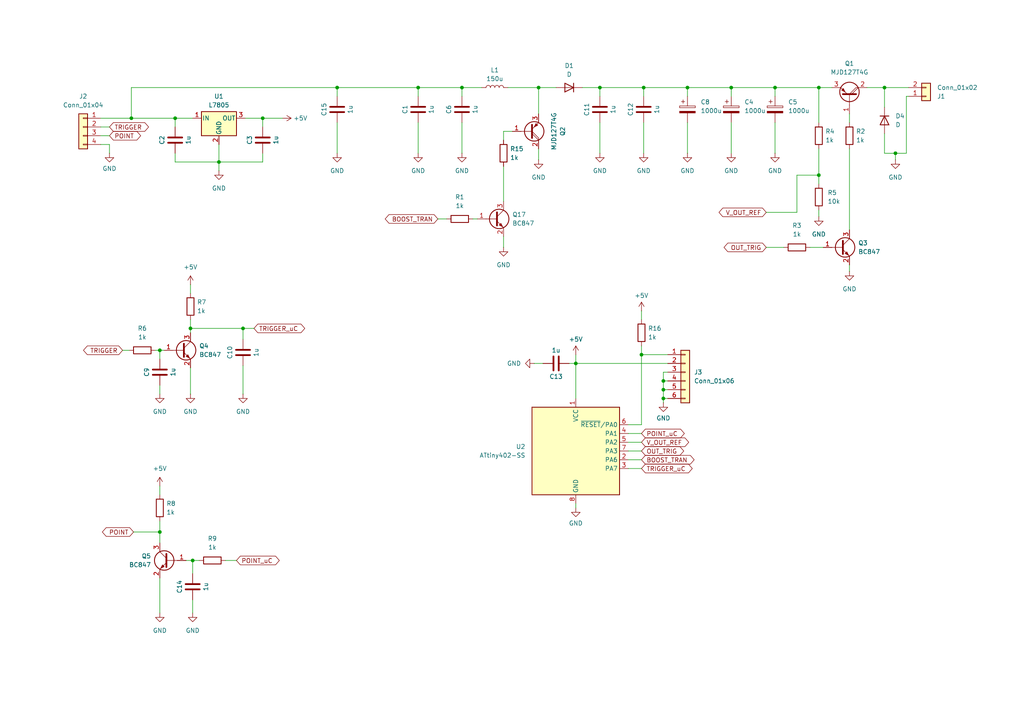
<source format=kicad_sch>
(kicad_sch
	(version 20250114)
	(generator "eeschema")
	(generator_version "9.0")
	(uuid "9a5f5a2a-8a4d-44c6-8d86-af2c14129681")
	(paper "A4")
	(lib_symbols
		(symbol "Connector_Generic:Conn_01x02"
			(pin_names
				(offset 1.016)
				(hide yes)
			)
			(exclude_from_sim no)
			(in_bom yes)
			(on_board yes)
			(property "Reference" "J"
				(at 0 2.54 0)
				(effects
					(font
						(size 1.27 1.27)
					)
				)
			)
			(property "Value" "Conn_01x02"
				(at 0 -5.08 0)
				(effects
					(font
						(size 1.27 1.27)
					)
				)
			)
			(property "Footprint" ""
				(at 0 0 0)
				(effects
					(font
						(size 1.27 1.27)
					)
					(hide yes)
				)
			)
			(property "Datasheet" "~"
				(at 0 0 0)
				(effects
					(font
						(size 1.27 1.27)
					)
					(hide yes)
				)
			)
			(property "Description" "Generic connector, single row, 01x02, script generated (kicad-library-utils/schlib/autogen/connector/)"
				(at 0 0 0)
				(effects
					(font
						(size 1.27 1.27)
					)
					(hide yes)
				)
			)
			(property "ki_keywords" "connector"
				(at 0 0 0)
				(effects
					(font
						(size 1.27 1.27)
					)
					(hide yes)
				)
			)
			(property "ki_fp_filters" "Connector*:*_1x??_*"
				(at 0 0 0)
				(effects
					(font
						(size 1.27 1.27)
					)
					(hide yes)
				)
			)
			(symbol "Conn_01x02_1_1"
				(rectangle
					(start -1.27 1.27)
					(end 1.27 -3.81)
					(stroke
						(width 0.254)
						(type default)
					)
					(fill
						(type background)
					)
				)
				(rectangle
					(start -1.27 0.127)
					(end 0 -0.127)
					(stroke
						(width 0.1524)
						(type default)
					)
					(fill
						(type none)
					)
				)
				(rectangle
					(start -1.27 -2.413)
					(end 0 -2.667)
					(stroke
						(width 0.1524)
						(type default)
					)
					(fill
						(type none)
					)
				)
				(pin passive line
					(at -5.08 0 0)
					(length 3.81)
					(name "Pin_1"
						(effects
							(font
								(size 1.27 1.27)
							)
						)
					)
					(number "1"
						(effects
							(font
								(size 1.27 1.27)
							)
						)
					)
				)
				(pin passive line
					(at -5.08 -2.54 0)
					(length 3.81)
					(name "Pin_2"
						(effects
							(font
								(size 1.27 1.27)
							)
						)
					)
					(number "2"
						(effects
							(font
								(size 1.27 1.27)
							)
						)
					)
				)
			)
			(embedded_fonts no)
		)
		(symbol "Connector_Generic:Conn_01x04"
			(pin_names
				(offset 1.016)
				(hide yes)
			)
			(exclude_from_sim no)
			(in_bom yes)
			(on_board yes)
			(property "Reference" "J"
				(at 0 5.08 0)
				(effects
					(font
						(size 1.27 1.27)
					)
				)
			)
			(property "Value" "Conn_01x04"
				(at 0 -7.62 0)
				(effects
					(font
						(size 1.27 1.27)
					)
				)
			)
			(property "Footprint" ""
				(at 0 0 0)
				(effects
					(font
						(size 1.27 1.27)
					)
					(hide yes)
				)
			)
			(property "Datasheet" "~"
				(at 0 0 0)
				(effects
					(font
						(size 1.27 1.27)
					)
					(hide yes)
				)
			)
			(property "Description" "Generic connector, single row, 01x04, script generated (kicad-library-utils/schlib/autogen/connector/)"
				(at 0 0 0)
				(effects
					(font
						(size 1.27 1.27)
					)
					(hide yes)
				)
			)
			(property "ki_keywords" "connector"
				(at 0 0 0)
				(effects
					(font
						(size 1.27 1.27)
					)
					(hide yes)
				)
			)
			(property "ki_fp_filters" "Connector*:*_1x??_*"
				(at 0 0 0)
				(effects
					(font
						(size 1.27 1.27)
					)
					(hide yes)
				)
			)
			(symbol "Conn_01x04_1_1"
				(rectangle
					(start -1.27 3.81)
					(end 1.27 -6.35)
					(stroke
						(width 0.254)
						(type default)
					)
					(fill
						(type background)
					)
				)
				(rectangle
					(start -1.27 2.667)
					(end 0 2.413)
					(stroke
						(width 0.1524)
						(type default)
					)
					(fill
						(type none)
					)
				)
				(rectangle
					(start -1.27 0.127)
					(end 0 -0.127)
					(stroke
						(width 0.1524)
						(type default)
					)
					(fill
						(type none)
					)
				)
				(rectangle
					(start -1.27 -2.413)
					(end 0 -2.667)
					(stroke
						(width 0.1524)
						(type default)
					)
					(fill
						(type none)
					)
				)
				(rectangle
					(start -1.27 -4.953)
					(end 0 -5.207)
					(stroke
						(width 0.1524)
						(type default)
					)
					(fill
						(type none)
					)
				)
				(pin passive line
					(at -5.08 2.54 0)
					(length 3.81)
					(name "Pin_1"
						(effects
							(font
								(size 1.27 1.27)
							)
						)
					)
					(number "1"
						(effects
							(font
								(size 1.27 1.27)
							)
						)
					)
				)
				(pin passive line
					(at -5.08 0 0)
					(length 3.81)
					(name "Pin_2"
						(effects
							(font
								(size 1.27 1.27)
							)
						)
					)
					(number "2"
						(effects
							(font
								(size 1.27 1.27)
							)
						)
					)
				)
				(pin passive line
					(at -5.08 -2.54 0)
					(length 3.81)
					(name "Pin_3"
						(effects
							(font
								(size 1.27 1.27)
							)
						)
					)
					(number "3"
						(effects
							(font
								(size 1.27 1.27)
							)
						)
					)
				)
				(pin passive line
					(at -5.08 -5.08 0)
					(length 3.81)
					(name "Pin_4"
						(effects
							(font
								(size 1.27 1.27)
							)
						)
					)
					(number "4"
						(effects
							(font
								(size 1.27 1.27)
							)
						)
					)
				)
			)
			(embedded_fonts no)
		)
		(symbol "Connector_Generic:Conn_01x06"
			(pin_names
				(offset 1.016)
				(hide yes)
			)
			(exclude_from_sim no)
			(in_bom yes)
			(on_board yes)
			(property "Reference" "J"
				(at 0 7.62 0)
				(effects
					(font
						(size 1.27 1.27)
					)
				)
			)
			(property "Value" "Conn_01x06"
				(at 0 -10.16 0)
				(effects
					(font
						(size 1.27 1.27)
					)
				)
			)
			(property "Footprint" ""
				(at 0 0 0)
				(effects
					(font
						(size 1.27 1.27)
					)
					(hide yes)
				)
			)
			(property "Datasheet" "~"
				(at 0 0 0)
				(effects
					(font
						(size 1.27 1.27)
					)
					(hide yes)
				)
			)
			(property "Description" "Generic connector, single row, 01x06, script generated (kicad-library-utils/schlib/autogen/connector/)"
				(at 0 0 0)
				(effects
					(font
						(size 1.27 1.27)
					)
					(hide yes)
				)
			)
			(property "ki_keywords" "connector"
				(at 0 0 0)
				(effects
					(font
						(size 1.27 1.27)
					)
					(hide yes)
				)
			)
			(property "ki_fp_filters" "Connector*:*_1x??_*"
				(at 0 0 0)
				(effects
					(font
						(size 1.27 1.27)
					)
					(hide yes)
				)
			)
			(symbol "Conn_01x06_1_1"
				(rectangle
					(start -1.27 6.35)
					(end 1.27 -8.89)
					(stroke
						(width 0.254)
						(type default)
					)
					(fill
						(type background)
					)
				)
				(rectangle
					(start -1.27 5.207)
					(end 0 4.953)
					(stroke
						(width 0.1524)
						(type default)
					)
					(fill
						(type none)
					)
				)
				(rectangle
					(start -1.27 2.667)
					(end 0 2.413)
					(stroke
						(width 0.1524)
						(type default)
					)
					(fill
						(type none)
					)
				)
				(rectangle
					(start -1.27 0.127)
					(end 0 -0.127)
					(stroke
						(width 0.1524)
						(type default)
					)
					(fill
						(type none)
					)
				)
				(rectangle
					(start -1.27 -2.413)
					(end 0 -2.667)
					(stroke
						(width 0.1524)
						(type default)
					)
					(fill
						(type none)
					)
				)
				(rectangle
					(start -1.27 -4.953)
					(end 0 -5.207)
					(stroke
						(width 0.1524)
						(type default)
					)
					(fill
						(type none)
					)
				)
				(rectangle
					(start -1.27 -7.493)
					(end 0 -7.747)
					(stroke
						(width 0.1524)
						(type default)
					)
					(fill
						(type none)
					)
				)
				(pin passive line
					(at -5.08 5.08 0)
					(length 3.81)
					(name "Pin_1"
						(effects
							(font
								(size 1.27 1.27)
							)
						)
					)
					(number "1"
						(effects
							(font
								(size 1.27 1.27)
							)
						)
					)
				)
				(pin passive line
					(at -5.08 2.54 0)
					(length 3.81)
					(name "Pin_2"
						(effects
							(font
								(size 1.27 1.27)
							)
						)
					)
					(number "2"
						(effects
							(font
								(size 1.27 1.27)
							)
						)
					)
				)
				(pin passive line
					(at -5.08 0 0)
					(length 3.81)
					(name "Pin_3"
						(effects
							(font
								(size 1.27 1.27)
							)
						)
					)
					(number "3"
						(effects
							(font
								(size 1.27 1.27)
							)
						)
					)
				)
				(pin passive line
					(at -5.08 -2.54 0)
					(length 3.81)
					(name "Pin_4"
						(effects
							(font
								(size 1.27 1.27)
							)
						)
					)
					(number "4"
						(effects
							(font
								(size 1.27 1.27)
							)
						)
					)
				)
				(pin passive line
					(at -5.08 -5.08 0)
					(length 3.81)
					(name "Pin_5"
						(effects
							(font
								(size 1.27 1.27)
							)
						)
					)
					(number "5"
						(effects
							(font
								(size 1.27 1.27)
							)
						)
					)
				)
				(pin passive line
					(at -5.08 -7.62 0)
					(length 3.81)
					(name "Pin_6"
						(effects
							(font
								(size 1.27 1.27)
							)
						)
					)
					(number "6"
						(effects
							(font
								(size 1.27 1.27)
							)
						)
					)
				)
			)
			(embedded_fonts no)
		)
		(symbol "Device:C"
			(pin_numbers
				(hide yes)
			)
			(pin_names
				(offset 0.254)
			)
			(exclude_from_sim no)
			(in_bom yes)
			(on_board yes)
			(property "Reference" "C"
				(at 0.635 2.54 0)
				(effects
					(font
						(size 1.27 1.27)
					)
					(justify left)
				)
			)
			(property "Value" "C"
				(at 0.635 -2.54 0)
				(effects
					(font
						(size 1.27 1.27)
					)
					(justify left)
				)
			)
			(property "Footprint" ""
				(at 0.9652 -3.81 0)
				(effects
					(font
						(size 1.27 1.27)
					)
					(hide yes)
				)
			)
			(property "Datasheet" "~"
				(at 0 0 0)
				(effects
					(font
						(size 1.27 1.27)
					)
					(hide yes)
				)
			)
			(property "Description" "Unpolarized capacitor"
				(at 0 0 0)
				(effects
					(font
						(size 1.27 1.27)
					)
					(hide yes)
				)
			)
			(property "ki_keywords" "cap capacitor"
				(at 0 0 0)
				(effects
					(font
						(size 1.27 1.27)
					)
					(hide yes)
				)
			)
			(property "ki_fp_filters" "C_*"
				(at 0 0 0)
				(effects
					(font
						(size 1.27 1.27)
					)
					(hide yes)
				)
			)
			(symbol "C_0_1"
				(polyline
					(pts
						(xy -2.032 0.762) (xy 2.032 0.762)
					)
					(stroke
						(width 0.508)
						(type default)
					)
					(fill
						(type none)
					)
				)
				(polyline
					(pts
						(xy -2.032 -0.762) (xy 2.032 -0.762)
					)
					(stroke
						(width 0.508)
						(type default)
					)
					(fill
						(type none)
					)
				)
			)
			(symbol "C_1_1"
				(pin passive line
					(at 0 3.81 270)
					(length 2.794)
					(name "~"
						(effects
							(font
								(size 1.27 1.27)
							)
						)
					)
					(number "1"
						(effects
							(font
								(size 1.27 1.27)
							)
						)
					)
				)
				(pin passive line
					(at 0 -3.81 90)
					(length 2.794)
					(name "~"
						(effects
							(font
								(size 1.27 1.27)
							)
						)
					)
					(number "2"
						(effects
							(font
								(size 1.27 1.27)
							)
						)
					)
				)
			)
			(embedded_fonts no)
		)
		(symbol "Device:C_Polarized"
			(pin_numbers
				(hide yes)
			)
			(pin_names
				(offset 0.254)
			)
			(exclude_from_sim no)
			(in_bom yes)
			(on_board yes)
			(property "Reference" "C"
				(at 0.635 2.54 0)
				(effects
					(font
						(size 1.27 1.27)
					)
					(justify left)
				)
			)
			(property "Value" "C_Polarized"
				(at 0.635 -2.54 0)
				(effects
					(font
						(size 1.27 1.27)
					)
					(justify left)
				)
			)
			(property "Footprint" ""
				(at 0.9652 -3.81 0)
				(effects
					(font
						(size 1.27 1.27)
					)
					(hide yes)
				)
			)
			(property "Datasheet" "~"
				(at 0 0 0)
				(effects
					(font
						(size 1.27 1.27)
					)
					(hide yes)
				)
			)
			(property "Description" "Polarized capacitor"
				(at 0 0 0)
				(effects
					(font
						(size 1.27 1.27)
					)
					(hide yes)
				)
			)
			(property "ki_keywords" "cap capacitor"
				(at 0 0 0)
				(effects
					(font
						(size 1.27 1.27)
					)
					(hide yes)
				)
			)
			(property "ki_fp_filters" "CP_*"
				(at 0 0 0)
				(effects
					(font
						(size 1.27 1.27)
					)
					(hide yes)
				)
			)
			(symbol "C_Polarized_0_1"
				(rectangle
					(start -2.286 0.508)
					(end 2.286 1.016)
					(stroke
						(width 0)
						(type default)
					)
					(fill
						(type none)
					)
				)
				(polyline
					(pts
						(xy -1.778 2.286) (xy -0.762 2.286)
					)
					(stroke
						(width 0)
						(type default)
					)
					(fill
						(type none)
					)
				)
				(polyline
					(pts
						(xy -1.27 2.794) (xy -1.27 1.778)
					)
					(stroke
						(width 0)
						(type default)
					)
					(fill
						(type none)
					)
				)
				(rectangle
					(start 2.286 -0.508)
					(end -2.286 -1.016)
					(stroke
						(width 0)
						(type default)
					)
					(fill
						(type outline)
					)
				)
			)
			(symbol "C_Polarized_1_1"
				(pin passive line
					(at 0 3.81 270)
					(length 2.794)
					(name "~"
						(effects
							(font
								(size 1.27 1.27)
							)
						)
					)
					(number "1"
						(effects
							(font
								(size 1.27 1.27)
							)
						)
					)
				)
				(pin passive line
					(at 0 -3.81 90)
					(length 2.794)
					(name "~"
						(effects
							(font
								(size 1.27 1.27)
							)
						)
					)
					(number "2"
						(effects
							(font
								(size 1.27 1.27)
							)
						)
					)
				)
			)
			(embedded_fonts no)
		)
		(symbol "Device:D"
			(pin_numbers
				(hide yes)
			)
			(pin_names
				(offset 1.016)
				(hide yes)
			)
			(exclude_from_sim no)
			(in_bom yes)
			(on_board yes)
			(property "Reference" "D"
				(at 0 2.54 0)
				(effects
					(font
						(size 1.27 1.27)
					)
				)
			)
			(property "Value" "D"
				(at 0 -2.54 0)
				(effects
					(font
						(size 1.27 1.27)
					)
				)
			)
			(property "Footprint" ""
				(at 0 0 0)
				(effects
					(font
						(size 1.27 1.27)
					)
					(hide yes)
				)
			)
			(property "Datasheet" "~"
				(at 0 0 0)
				(effects
					(font
						(size 1.27 1.27)
					)
					(hide yes)
				)
			)
			(property "Description" "Diode"
				(at 0 0 0)
				(effects
					(font
						(size 1.27 1.27)
					)
					(hide yes)
				)
			)
			(property "Sim.Device" "D"
				(at 0 0 0)
				(effects
					(font
						(size 1.27 1.27)
					)
					(hide yes)
				)
			)
			(property "Sim.Pins" "1=K 2=A"
				(at 0 0 0)
				(effects
					(font
						(size 1.27 1.27)
					)
					(hide yes)
				)
			)
			(property "ki_keywords" "diode"
				(at 0 0 0)
				(effects
					(font
						(size 1.27 1.27)
					)
					(hide yes)
				)
			)
			(property "ki_fp_filters" "TO-???* *_Diode_* *SingleDiode* D_*"
				(at 0 0 0)
				(effects
					(font
						(size 1.27 1.27)
					)
					(hide yes)
				)
			)
			(symbol "D_0_1"
				(polyline
					(pts
						(xy -1.27 1.27) (xy -1.27 -1.27)
					)
					(stroke
						(width 0.254)
						(type default)
					)
					(fill
						(type none)
					)
				)
				(polyline
					(pts
						(xy 1.27 1.27) (xy 1.27 -1.27) (xy -1.27 0) (xy 1.27 1.27)
					)
					(stroke
						(width 0.254)
						(type default)
					)
					(fill
						(type none)
					)
				)
				(polyline
					(pts
						(xy 1.27 0) (xy -1.27 0)
					)
					(stroke
						(width 0)
						(type default)
					)
					(fill
						(type none)
					)
				)
			)
			(symbol "D_1_1"
				(pin passive line
					(at -3.81 0 0)
					(length 2.54)
					(name "K"
						(effects
							(font
								(size 1.27 1.27)
							)
						)
					)
					(number "1"
						(effects
							(font
								(size 1.27 1.27)
							)
						)
					)
				)
				(pin passive line
					(at 3.81 0 180)
					(length 2.54)
					(name "A"
						(effects
							(font
								(size 1.27 1.27)
							)
						)
					)
					(number "2"
						(effects
							(font
								(size 1.27 1.27)
							)
						)
					)
				)
			)
			(embedded_fonts no)
		)
		(symbol "Device:L"
			(pin_numbers
				(hide yes)
			)
			(pin_names
				(offset 1.016)
				(hide yes)
			)
			(exclude_from_sim no)
			(in_bom yes)
			(on_board yes)
			(property "Reference" "L"
				(at -1.27 0 90)
				(effects
					(font
						(size 1.27 1.27)
					)
				)
			)
			(property "Value" "L"
				(at 1.905 0 90)
				(effects
					(font
						(size 1.27 1.27)
					)
				)
			)
			(property "Footprint" ""
				(at 0 0 0)
				(effects
					(font
						(size 1.27 1.27)
					)
					(hide yes)
				)
			)
			(property "Datasheet" "~"
				(at 0 0 0)
				(effects
					(font
						(size 1.27 1.27)
					)
					(hide yes)
				)
			)
			(property "Description" "Inductor"
				(at 0 0 0)
				(effects
					(font
						(size 1.27 1.27)
					)
					(hide yes)
				)
			)
			(property "ki_keywords" "inductor choke coil reactor magnetic"
				(at 0 0 0)
				(effects
					(font
						(size 1.27 1.27)
					)
					(hide yes)
				)
			)
			(property "ki_fp_filters" "Choke_* *Coil* Inductor_* L_*"
				(at 0 0 0)
				(effects
					(font
						(size 1.27 1.27)
					)
					(hide yes)
				)
			)
			(symbol "L_0_1"
				(arc
					(start 0 2.54)
					(mid 0.6323 1.905)
					(end 0 1.27)
					(stroke
						(width 0)
						(type default)
					)
					(fill
						(type none)
					)
				)
				(arc
					(start 0 1.27)
					(mid 0.6323 0.635)
					(end 0 0)
					(stroke
						(width 0)
						(type default)
					)
					(fill
						(type none)
					)
				)
				(arc
					(start 0 0)
					(mid 0.6323 -0.635)
					(end 0 -1.27)
					(stroke
						(width 0)
						(type default)
					)
					(fill
						(type none)
					)
				)
				(arc
					(start 0 -1.27)
					(mid 0.6323 -1.905)
					(end 0 -2.54)
					(stroke
						(width 0)
						(type default)
					)
					(fill
						(type none)
					)
				)
			)
			(symbol "L_1_1"
				(pin passive line
					(at 0 3.81 270)
					(length 1.27)
					(name "1"
						(effects
							(font
								(size 1.27 1.27)
							)
						)
					)
					(number "1"
						(effects
							(font
								(size 1.27 1.27)
							)
						)
					)
				)
				(pin passive line
					(at 0 -3.81 90)
					(length 1.27)
					(name "2"
						(effects
							(font
								(size 1.27 1.27)
							)
						)
					)
					(number "2"
						(effects
							(font
								(size 1.27 1.27)
							)
						)
					)
				)
			)
			(embedded_fonts no)
		)
		(symbol "Device:R"
			(pin_numbers
				(hide yes)
			)
			(pin_names
				(offset 0)
			)
			(exclude_from_sim no)
			(in_bom yes)
			(on_board yes)
			(property "Reference" "R"
				(at 2.032 0 90)
				(effects
					(font
						(size 1.27 1.27)
					)
				)
			)
			(property "Value" "R"
				(at 0 0 90)
				(effects
					(font
						(size 1.27 1.27)
					)
				)
			)
			(property "Footprint" ""
				(at -1.778 0 90)
				(effects
					(font
						(size 1.27 1.27)
					)
					(hide yes)
				)
			)
			(property "Datasheet" "~"
				(at 0 0 0)
				(effects
					(font
						(size 1.27 1.27)
					)
					(hide yes)
				)
			)
			(property "Description" "Resistor"
				(at 0 0 0)
				(effects
					(font
						(size 1.27 1.27)
					)
					(hide yes)
				)
			)
			(property "ki_keywords" "R res resistor"
				(at 0 0 0)
				(effects
					(font
						(size 1.27 1.27)
					)
					(hide yes)
				)
			)
			(property "ki_fp_filters" "R_*"
				(at 0 0 0)
				(effects
					(font
						(size 1.27 1.27)
					)
					(hide yes)
				)
			)
			(symbol "R_0_1"
				(rectangle
					(start -1.016 -2.54)
					(end 1.016 2.54)
					(stroke
						(width 0.254)
						(type default)
					)
					(fill
						(type none)
					)
				)
			)
			(symbol "R_1_1"
				(pin passive line
					(at 0 3.81 270)
					(length 1.27)
					(name "~"
						(effects
							(font
								(size 1.27 1.27)
							)
						)
					)
					(number "1"
						(effects
							(font
								(size 1.27 1.27)
							)
						)
					)
				)
				(pin passive line
					(at 0 -3.81 90)
					(length 1.27)
					(name "~"
						(effects
							(font
								(size 1.27 1.27)
							)
						)
					)
					(number "2"
						(effects
							(font
								(size 1.27 1.27)
							)
						)
					)
				)
			)
			(embedded_fonts no)
		)
		(symbol "MCU_Microchip_ATtiny:ATtiny402-SS"
			(exclude_from_sim no)
			(in_bom yes)
			(on_board yes)
			(property "Reference" "U"
				(at -12.7 13.97 0)
				(effects
					(font
						(size 1.27 1.27)
					)
					(justify left bottom)
				)
			)
			(property "Value" "ATtiny402-SS"
				(at 2.54 -13.97 0)
				(effects
					(font
						(size 1.27 1.27)
					)
					(justify left top)
				)
			)
			(property "Footprint" "Package_SO:SOIC-8_3.9x4.9mm_P1.27mm"
				(at 0 0 0)
				(effects
					(font
						(size 1.27 1.27)
						(italic yes)
					)
					(hide yes)
				)
			)
			(property "Datasheet" "http://ww1.microchip.com/downloads/en/DeviceDoc/ATtiny202-402-AVR-MCU-with-Core-Independent-Peripherals_and-picoPower-40001969A.pdf"
				(at 0 0 0)
				(effects
					(font
						(size 1.27 1.27)
					)
					(hide yes)
				)
			)
			(property "Description" "20MHz, 4kB Flash, 256B SRAM, 128B EEPROM, SOIC-8"
				(at 0 0 0)
				(effects
					(font
						(size 1.27 1.27)
					)
					(hide yes)
				)
			)
			(property "ki_keywords" "AVR 8bit Microcontroller tinyAVR"
				(at 0 0 0)
				(effects
					(font
						(size 1.27 1.27)
					)
					(hide yes)
				)
			)
			(property "ki_fp_filters" "SOIC*3.9x4.9mm*P1.27mm*"
				(at 0 0 0)
				(effects
					(font
						(size 1.27 1.27)
					)
					(hide yes)
				)
			)
			(symbol "ATtiny402-SS_0_1"
				(rectangle
					(start -12.7 -12.7)
					(end 12.7 12.7)
					(stroke
						(width 0.254)
						(type default)
					)
					(fill
						(type background)
					)
				)
			)
			(symbol "ATtiny402-SS_1_1"
				(pin power_in line
					(at 0 15.24 270)
					(length 2.54)
					(name "VCC"
						(effects
							(font
								(size 1.27 1.27)
							)
						)
					)
					(number "1"
						(effects
							(font
								(size 1.27 1.27)
							)
						)
					)
				)
				(pin power_in line
					(at 0 -15.24 90)
					(length 2.54)
					(name "GND"
						(effects
							(font
								(size 1.27 1.27)
							)
						)
					)
					(number "8"
						(effects
							(font
								(size 1.27 1.27)
							)
						)
					)
				)
				(pin bidirectional line
					(at 15.24 7.62 180)
					(length 2.54)
					(name "~{RESET}/PA0"
						(effects
							(font
								(size 1.27 1.27)
							)
						)
					)
					(number "6"
						(effects
							(font
								(size 1.27 1.27)
							)
						)
					)
				)
				(pin bidirectional line
					(at 15.24 5.08 180)
					(length 2.54)
					(name "PA1"
						(effects
							(font
								(size 1.27 1.27)
							)
						)
					)
					(number "4"
						(effects
							(font
								(size 1.27 1.27)
							)
						)
					)
				)
				(pin bidirectional line
					(at 15.24 2.54 180)
					(length 2.54)
					(name "PA2"
						(effects
							(font
								(size 1.27 1.27)
							)
						)
					)
					(number "5"
						(effects
							(font
								(size 1.27 1.27)
							)
						)
					)
				)
				(pin bidirectional line
					(at 15.24 0 180)
					(length 2.54)
					(name "PA3"
						(effects
							(font
								(size 1.27 1.27)
							)
						)
					)
					(number "7"
						(effects
							(font
								(size 1.27 1.27)
							)
						)
					)
				)
				(pin bidirectional line
					(at 15.24 -2.54 180)
					(length 2.54)
					(name "PA6"
						(effects
							(font
								(size 1.27 1.27)
							)
						)
					)
					(number "2"
						(effects
							(font
								(size 1.27 1.27)
							)
						)
					)
				)
				(pin bidirectional line
					(at 15.24 -5.08 180)
					(length 2.54)
					(name "PA7"
						(effects
							(font
								(size 1.27 1.27)
							)
						)
					)
					(number "3"
						(effects
							(font
								(size 1.27 1.27)
							)
						)
					)
				)
			)
			(embedded_fonts no)
		)
		(symbol "Regulator_Linear:L7805"
			(pin_names
				(offset 0.254)
			)
			(exclude_from_sim no)
			(in_bom yes)
			(on_board yes)
			(property "Reference" "U"
				(at -3.81 3.175 0)
				(effects
					(font
						(size 1.27 1.27)
					)
				)
			)
			(property "Value" "L7805"
				(at 0 3.175 0)
				(effects
					(font
						(size 1.27 1.27)
					)
					(justify left)
				)
			)
			(property "Footprint" ""
				(at 0.635 -3.81 0)
				(effects
					(font
						(size 1.27 1.27)
						(italic yes)
					)
					(justify left)
					(hide yes)
				)
			)
			(property "Datasheet" "http://www.st.com/content/ccc/resource/technical/document/datasheet/41/4f/b3/b0/12/d4/47/88/CD00000444.pdf/files/CD00000444.pdf/jcr:content/translations/en.CD00000444.pdf"
				(at 0 -1.27 0)
				(effects
					(font
						(size 1.27 1.27)
					)
					(hide yes)
				)
			)
			(property "Description" "Positive 1.5A 35V Linear Regulator, Fixed Output 5V, TO-220/TO-263/TO-252"
				(at 0 0 0)
				(effects
					(font
						(size 1.27 1.27)
					)
					(hide yes)
				)
			)
			(property "ki_keywords" "Voltage Regulator 1.5A Positive"
				(at 0 0 0)
				(effects
					(font
						(size 1.27 1.27)
					)
					(hide yes)
				)
			)
			(property "ki_fp_filters" "TO?252* TO?263* TO?220*"
				(at 0 0 0)
				(effects
					(font
						(size 1.27 1.27)
					)
					(hide yes)
				)
			)
			(symbol "L7805_0_1"
				(rectangle
					(start -5.08 1.905)
					(end 5.08 -5.08)
					(stroke
						(width 0.254)
						(type default)
					)
					(fill
						(type background)
					)
				)
			)
			(symbol "L7805_1_1"
				(pin power_in line
					(at -7.62 0 0)
					(length 2.54)
					(name "IN"
						(effects
							(font
								(size 1.27 1.27)
							)
						)
					)
					(number "1"
						(effects
							(font
								(size 1.27 1.27)
							)
						)
					)
				)
				(pin power_in line
					(at 0 -7.62 90)
					(length 2.54)
					(name "GND"
						(effects
							(font
								(size 1.27 1.27)
							)
						)
					)
					(number "2"
						(effects
							(font
								(size 1.27 1.27)
							)
						)
					)
				)
				(pin power_out line
					(at 7.62 0 180)
					(length 2.54)
					(name "OUT"
						(effects
							(font
								(size 1.27 1.27)
							)
						)
					)
					(number "3"
						(effects
							(font
								(size 1.27 1.27)
							)
						)
					)
				)
			)
			(embedded_fonts no)
		)
		(symbol "Transistor_BJT:Q_NPN_BEC"
			(pin_names
				(offset 0)
				(hide yes)
			)
			(exclude_from_sim no)
			(in_bom yes)
			(on_board yes)
			(property "Reference" "Q"
				(at 5.08 1.27 0)
				(effects
					(font
						(size 1.27 1.27)
					)
					(justify left)
				)
			)
			(property "Value" "Q_NPN_BEC"
				(at 5.08 -1.27 0)
				(effects
					(font
						(size 1.27 1.27)
					)
					(justify left)
				)
			)
			(property "Footprint" ""
				(at 5.08 2.54 0)
				(effects
					(font
						(size 1.27 1.27)
					)
					(hide yes)
				)
			)
			(property "Datasheet" "~"
				(at 0 0 0)
				(effects
					(font
						(size 1.27 1.27)
					)
					(hide yes)
				)
			)
			(property "Description" "NPN transistor, base/emitter/collector"
				(at 0 0 0)
				(effects
					(font
						(size 1.27 1.27)
					)
					(hide yes)
				)
			)
			(property "ki_keywords" "BJT"
				(at 0 0 0)
				(effects
					(font
						(size 1.27 1.27)
					)
					(hide yes)
				)
			)
			(symbol "Q_NPN_BEC_0_1"
				(polyline
					(pts
						(xy -2.54 0) (xy 0.635 0)
					)
					(stroke
						(width 0)
						(type default)
					)
					(fill
						(type none)
					)
				)
				(polyline
					(pts
						(xy 0.635 1.905) (xy 0.635 -1.905)
					)
					(stroke
						(width 0.508)
						(type default)
					)
					(fill
						(type none)
					)
				)
				(circle
					(center 1.27 0)
					(radius 2.8194)
					(stroke
						(width 0.254)
						(type default)
					)
					(fill
						(type none)
					)
				)
			)
			(symbol "Q_NPN_BEC_1_1"
				(polyline
					(pts
						(xy 0.635 0.635) (xy 2.54 2.54)
					)
					(stroke
						(width 0)
						(type default)
					)
					(fill
						(type none)
					)
				)
				(polyline
					(pts
						(xy 0.635 -0.635) (xy 2.54 -2.54)
					)
					(stroke
						(width 0)
						(type default)
					)
					(fill
						(type none)
					)
				)
				(polyline
					(pts
						(xy 1.27 -1.778) (xy 1.778 -1.27) (xy 2.286 -2.286) (xy 1.27 -1.778)
					)
					(stroke
						(width 0)
						(type default)
					)
					(fill
						(type outline)
					)
				)
				(pin input line
					(at -5.08 0 0)
					(length 2.54)
					(name "B"
						(effects
							(font
								(size 1.27 1.27)
							)
						)
					)
					(number "1"
						(effects
							(font
								(size 1.27 1.27)
							)
						)
					)
				)
				(pin passive line
					(at 2.54 5.08 270)
					(length 2.54)
					(name "C"
						(effects
							(font
								(size 1.27 1.27)
							)
						)
					)
					(number "3"
						(effects
							(font
								(size 1.27 1.27)
							)
						)
					)
				)
				(pin passive line
					(at 2.54 -5.08 90)
					(length 2.54)
					(name "E"
						(effects
							(font
								(size 1.27 1.27)
							)
						)
					)
					(number "2"
						(effects
							(font
								(size 1.27 1.27)
							)
						)
					)
				)
			)
			(embedded_fonts no)
		)
		(symbol "Transistor_BJT:Q_PNP_Darlington_BCE"
			(pin_names
				(offset 0)
				(hide yes)
			)
			(exclude_from_sim no)
			(in_bom yes)
			(on_board yes)
			(property "Reference" "Q"
				(at 4.572 1.27 0)
				(effects
					(font
						(size 1.27 1.27)
					)
					(justify left)
				)
			)
			(property "Value" "Q_PNP_Darlington_BCE"
				(at 4.572 -1.27 0)
				(effects
					(font
						(size 1.27 1.27)
					)
					(justify left)
				)
			)
			(property "Footprint" ""
				(at 5.08 2.54 0)
				(effects
					(font
						(size 1.27 1.27)
					)
					(hide yes)
				)
			)
			(property "Datasheet" "~"
				(at 0 0 0)
				(effects
					(font
						(size 1.27 1.27)
					)
					(hide yes)
				)
			)
			(property "Description" "PNP Darlington transistor, base/collector/emitter"
				(at 0 0 0)
				(effects
					(font
						(size 1.27 1.27)
					)
					(hide yes)
				)
			)
			(property "ki_keywords" "BJT"
				(at 0 0 0)
				(effects
					(font
						(size 1.27 1.27)
					)
					(hide yes)
				)
			)
			(symbol "Q_PNP_Darlington_BCE_0_1"
				(polyline
					(pts
						(xy -2.54 0) (xy 0.635 0)
					)
					(stroke
						(width 0)
						(type default)
					)
					(fill
						(type none)
					)
				)
				(polyline
					(pts
						(xy 0.635 1.905) (xy 0.635 -1.905)
					)
					(stroke
						(width 0.508)
						(type default)
					)
					(fill
						(type none)
					)
				)
				(polyline
					(pts
						(xy 0.635 0.635) (xy 2.54 2.54)
					)
					(stroke
						(width 0)
						(type default)
					)
					(fill
						(type none)
					)
				)
				(polyline
					(pts
						(xy 0.635 0) (xy 2.54 1.905) (xy 2.54 2.54)
					)
					(stroke
						(width 0)
						(type default)
					)
					(fill
						(type none)
					)
				)
				(polyline
					(pts
						(xy 0.635 -0.635) (xy 2.54 -2.54)
					)
					(stroke
						(width 0)
						(type default)
					)
					(fill
						(type none)
					)
				)
				(circle
					(center 1.27 0)
					(radius 2.8194)
					(stroke
						(width 0.254)
						(type default)
					)
					(fill
						(type none)
					)
				)
				(polyline
					(pts
						(xy 2.286 -1.778) (xy 1.778 -2.286) (xy 1.27 -1.27) (xy 2.286 -1.778)
					)
					(stroke
						(width 0)
						(type default)
					)
					(fill
						(type outline)
					)
				)
			)
			(symbol "Q_PNP_Darlington_BCE_1_1"
				(pin input line
					(at -5.08 0 0)
					(length 2.54)
					(name "B"
						(effects
							(font
								(size 1.27 1.27)
							)
						)
					)
					(number "1"
						(effects
							(font
								(size 1.27 1.27)
							)
						)
					)
				)
				(pin passive line
					(at 2.54 5.08 270)
					(length 2.54)
					(name "C"
						(effects
							(font
								(size 1.27 1.27)
							)
						)
					)
					(number "2"
						(effects
							(font
								(size 1.27 1.27)
							)
						)
					)
				)
				(pin passive line
					(at 2.54 -5.08 90)
					(length 2.54)
					(name "E"
						(effects
							(font
								(size 1.27 1.27)
							)
						)
					)
					(number "3"
						(effects
							(font
								(size 1.27 1.27)
							)
						)
					)
				)
			)
			(embedded_fonts no)
		)
		(symbol "power:+5V"
			(power)
			(pin_numbers
				(hide yes)
			)
			(pin_names
				(offset 0)
				(hide yes)
			)
			(exclude_from_sim no)
			(in_bom yes)
			(on_board yes)
			(property "Reference" "#PWR"
				(at 0 -3.81 0)
				(effects
					(font
						(size 1.27 1.27)
					)
					(hide yes)
				)
			)
			(property "Value" "+5V"
				(at 0 3.556 0)
				(effects
					(font
						(size 1.27 1.27)
					)
				)
			)
			(property "Footprint" ""
				(at 0 0 0)
				(effects
					(font
						(size 1.27 1.27)
					)
					(hide yes)
				)
			)
			(property "Datasheet" ""
				(at 0 0 0)
				(effects
					(font
						(size 1.27 1.27)
					)
					(hide yes)
				)
			)
			(property "Description" "Power symbol creates a global label with name \"+5V\""
				(at 0 0 0)
				(effects
					(font
						(size 1.27 1.27)
					)
					(hide yes)
				)
			)
			(property "ki_keywords" "global power"
				(at 0 0 0)
				(effects
					(font
						(size 1.27 1.27)
					)
					(hide yes)
				)
			)
			(symbol "+5V_0_1"
				(polyline
					(pts
						(xy -0.762 1.27) (xy 0 2.54)
					)
					(stroke
						(width 0)
						(type default)
					)
					(fill
						(type none)
					)
				)
				(polyline
					(pts
						(xy 0 2.54) (xy 0.762 1.27)
					)
					(stroke
						(width 0)
						(type default)
					)
					(fill
						(type none)
					)
				)
				(polyline
					(pts
						(xy 0 0) (xy 0 2.54)
					)
					(stroke
						(width 0)
						(type default)
					)
					(fill
						(type none)
					)
				)
			)
			(symbol "+5V_1_1"
				(pin power_in line
					(at 0 0 90)
					(length 0)
					(name "~"
						(effects
							(font
								(size 1.27 1.27)
							)
						)
					)
					(number "1"
						(effects
							(font
								(size 1.27 1.27)
							)
						)
					)
				)
			)
			(embedded_fonts no)
		)
		(symbol "power:GND"
			(power)
			(pin_numbers
				(hide yes)
			)
			(pin_names
				(offset 0)
				(hide yes)
			)
			(exclude_from_sim no)
			(in_bom yes)
			(on_board yes)
			(property "Reference" "#PWR"
				(at 0 -6.35 0)
				(effects
					(font
						(size 1.27 1.27)
					)
					(hide yes)
				)
			)
			(property "Value" "GND"
				(at 0 -3.81 0)
				(effects
					(font
						(size 1.27 1.27)
					)
				)
			)
			(property "Footprint" ""
				(at 0 0 0)
				(effects
					(font
						(size 1.27 1.27)
					)
					(hide yes)
				)
			)
			(property "Datasheet" ""
				(at 0 0 0)
				(effects
					(font
						(size 1.27 1.27)
					)
					(hide yes)
				)
			)
			(property "Description" "Power symbol creates a global label with name \"GND\" , ground"
				(at 0 0 0)
				(effects
					(font
						(size 1.27 1.27)
					)
					(hide yes)
				)
			)
			(property "ki_keywords" "global power"
				(at 0 0 0)
				(effects
					(font
						(size 1.27 1.27)
					)
					(hide yes)
				)
			)
			(symbol "GND_0_1"
				(polyline
					(pts
						(xy 0 0) (xy 0 -1.27) (xy 1.27 -1.27) (xy 0 -2.54) (xy -1.27 -1.27) (xy 0 -1.27)
					)
					(stroke
						(width 0)
						(type default)
					)
					(fill
						(type none)
					)
				)
			)
			(symbol "GND_1_1"
				(pin power_in line
					(at 0 0 270)
					(length 0)
					(name "~"
						(effects
							(font
								(size 1.27 1.27)
							)
						)
					)
					(number "1"
						(effects
							(font
								(size 1.27 1.27)
							)
						)
					)
				)
			)
			(embedded_fonts no)
		)
	)
	(junction
		(at 70.485 95.25)
		(diameter 0)
		(color 0 0 0 0)
		(uuid "0328cb3d-b453-417b-bcee-88109f924641")
	)
	(junction
		(at 63.5 46.99)
		(diameter 0)
		(color 0 0 0 0)
		(uuid "119da525-32a3-481e-92c2-293bf45a1ead")
	)
	(junction
		(at 173.99 25.4)
		(diameter 0)
		(color 0 0 0 0)
		(uuid "12f893fb-80a8-4fd9-9dec-577e3c41ba7f")
	)
	(junction
		(at 55.245 95.25)
		(diameter 0)
		(color 0 0 0 0)
		(uuid "1bb02a98-c64f-46f9-8325-d982b709156a")
	)
	(junction
		(at 55.88 162.56)
		(diameter 0)
		(color 0 0 0 0)
		(uuid "232d7540-9ff9-435f-84bc-206f8710ece4")
	)
	(junction
		(at 192.405 115.57)
		(diameter 0)
		(color 0 0 0 0)
		(uuid "317ff878-e2ae-4f6a-9d46-1f995dcfbdfa")
	)
	(junction
		(at 167.005 105.41)
		(diameter 0)
		(color 0 0 0 0)
		(uuid "482fc681-1637-4bba-a1a1-031bc4dd5c36")
	)
	(junction
		(at 38.1 34.29)
		(diameter 0)
		(color 0 0 0 0)
		(uuid "52a5ddeb-c185-45ef-a667-d9f5d53e5fde")
	)
	(junction
		(at 133.985 25.4)
		(diameter 0)
		(color 0 0 0 0)
		(uuid "54098b52-9914-44fd-889a-e935287d9058")
	)
	(junction
		(at 192.405 113.03)
		(diameter 0)
		(color 0 0 0 0)
		(uuid "5952b1cc-a562-48a0-8f4d-515aec3fcbc2")
	)
	(junction
		(at 186.69 25.4)
		(diameter 0)
		(color 0 0 0 0)
		(uuid "5ea74d2f-c01d-41f2-930e-d635d1fec330")
	)
	(junction
		(at 237.49 25.4)
		(diameter 0)
		(color 0 0 0 0)
		(uuid "60239be0-bdde-4623-accc-761224366ca7")
	)
	(junction
		(at 199.39 25.4)
		(diameter 0)
		(color 0 0 0 0)
		(uuid "666204a6-5255-4fd3-99c8-ae0541342d87")
	)
	(junction
		(at 97.79 25.4)
		(diameter 0)
		(color 0 0 0 0)
		(uuid "794bd273-fc7a-4146-995b-34cac183404b")
	)
	(junction
		(at 192.405 110.49)
		(diameter 0)
		(color 0 0 0 0)
		(uuid "85efa305-1086-412f-9f49-cf161f98fb76")
	)
	(junction
		(at 259.715 44.45)
		(diameter 0)
		(color 0 0 0 0)
		(uuid "889296f5-5c65-4221-9d71-6070d26356c1")
	)
	(junction
		(at 224.79 25.4)
		(diameter 0)
		(color 0 0 0 0)
		(uuid "9d0c647a-afc3-45ba-be05-42f76c001f64")
	)
	(junction
		(at 46.355 101.6)
		(diameter 0)
		(color 0 0 0 0)
		(uuid "b920e46e-1f04-4b6b-9c8b-29761e52f7fc")
	)
	(junction
		(at 46.355 154.305)
		(diameter 0)
		(color 0 0 0 0)
		(uuid "be1c9a5c-2856-4a2f-a3b0-9be15d01975f")
	)
	(junction
		(at 50.8 34.29)
		(diameter 0)
		(color 0 0 0 0)
		(uuid "c7aadca7-4943-4d71-97e4-65647ae5725e")
	)
	(junction
		(at 76.2 34.29)
		(diameter 0)
		(color 0 0 0 0)
		(uuid "c887eef3-c5fb-4312-99d7-b35e7588d2ee")
	)
	(junction
		(at 156.21 25.4)
		(diameter 0)
		(color 0 0 0 0)
		(uuid "c9d2227e-860d-45c5-9d95-c24962aee0e2")
	)
	(junction
		(at 121.285 25.4)
		(diameter 0)
		(color 0 0 0 0)
		(uuid "ca85724d-0d16-4e6e-84d6-8cd64f3c5c65")
	)
	(junction
		(at 237.49 50.8)
		(diameter 0)
		(color 0 0 0 0)
		(uuid "d7a3ac29-d916-41cc-a178-93ef1edff331")
	)
	(junction
		(at 186.055 102.87)
		(diameter 0)
		(color 0 0 0 0)
		(uuid "da67b3cd-d846-42fa-9844-c614840cba64")
	)
	(junction
		(at 212.09 25.4)
		(diameter 0)
		(color 0 0 0 0)
		(uuid "dc027173-8748-46d6-8da8-f52771ff5de0")
	)
	(junction
		(at 256.54 25.4)
		(diameter 0)
		(color 0 0 0 0)
		(uuid "df436c0c-1c7c-4f36-88b7-c4cb104c5133")
	)
	(wire
		(pts
			(xy 237.49 50.8) (xy 231.14 50.8)
		)
		(stroke
			(width 0)
			(type default)
		)
		(uuid "01fa8a4d-226c-495c-b61a-eb6a08ca151d")
	)
	(wire
		(pts
			(xy 192.405 110.49) (xy 192.405 113.03)
		)
		(stroke
			(width 0)
			(type default)
		)
		(uuid "02aae677-9bb7-4385-af9b-676b3cd4243f")
	)
	(wire
		(pts
			(xy 29.21 41.91) (xy 31.75 41.91)
		)
		(stroke
			(width 0)
			(type default)
		)
		(uuid "02ddee7a-fdbb-4934-a546-bcba48407122")
	)
	(wire
		(pts
			(xy 46.355 154.305) (xy 46.355 157.48)
		)
		(stroke
			(width 0)
			(type default)
		)
		(uuid "09b79cf5-7a3f-4ac2-9086-474ac76db648")
	)
	(wire
		(pts
			(xy 70.485 95.25) (xy 70.485 98.425)
		)
		(stroke
			(width 0)
			(type default)
		)
		(uuid "0bcbc7c6-9e5b-4016-a539-2473ce94a8c2")
	)
	(wire
		(pts
			(xy 97.79 25.4) (xy 121.285 25.4)
		)
		(stroke
			(width 0)
			(type default)
		)
		(uuid "0e663471-4cbd-4154-adb1-1a101dc96f78")
	)
	(wire
		(pts
			(xy 167.005 102.87) (xy 167.005 105.41)
		)
		(stroke
			(width 0)
			(type default)
		)
		(uuid "12962d81-5d5e-4d8c-8ccb-6ca06c50eca6")
	)
	(wire
		(pts
			(xy 259.715 44.45) (xy 262.89 44.45)
		)
		(stroke
			(width 0)
			(type default)
		)
		(uuid "15b3499b-e8b4-474e-9bcd-869add71bf0c")
	)
	(wire
		(pts
			(xy 182.245 135.89) (xy 186.055 135.89)
		)
		(stroke
			(width 0)
			(type default)
		)
		(uuid "1959f620-f4ab-48af-b0e9-88d2041789d8")
	)
	(wire
		(pts
			(xy 55.88 162.56) (xy 57.785 162.56)
		)
		(stroke
			(width 0)
			(type default)
		)
		(uuid "198ab1dd-b2d6-4519-9659-0fb625783c13")
	)
	(wire
		(pts
			(xy 97.79 35.56) (xy 97.79 44.45)
		)
		(stroke
			(width 0)
			(type default)
		)
		(uuid "1bc63f32-3d89-41f0-9bc8-aaf27f2a0fb1")
	)
	(wire
		(pts
			(xy 259.715 44.45) (xy 259.715 46.355)
		)
		(stroke
			(width 0)
			(type default)
		)
		(uuid "225fd415-ae99-4adc-bb5b-b96a1da55c18")
	)
	(wire
		(pts
			(xy 55.245 92.71) (xy 55.245 95.25)
		)
		(stroke
			(width 0)
			(type default)
		)
		(uuid "22811617-0e24-4932-9486-a6400d851326")
	)
	(wire
		(pts
			(xy 186.055 100.33) (xy 186.055 102.87)
		)
		(stroke
			(width 0)
			(type default)
		)
		(uuid "22aee799-07cc-4efd-b250-0a918ec50070")
	)
	(wire
		(pts
			(xy 46.355 154.305) (xy 46.355 151.13)
		)
		(stroke
			(width 0)
			(type default)
		)
		(uuid "284d845c-2539-48ec-81f0-b0b0f3189b2a")
	)
	(wire
		(pts
			(xy 156.21 25.4) (xy 161.29 25.4)
		)
		(stroke
			(width 0)
			(type default)
		)
		(uuid "2ad3cfad-25c6-41db-b62c-4d7fc0670661")
	)
	(wire
		(pts
			(xy 76.2 36.83) (xy 76.2 34.29)
		)
		(stroke
			(width 0)
			(type default)
		)
		(uuid "2d909097-c66d-48a4-a8f0-52bf06d70d8a")
	)
	(wire
		(pts
			(xy 165.1 105.41) (xy 167.005 105.41)
		)
		(stroke
			(width 0)
			(type default)
		)
		(uuid "2ddae5aa-f352-462b-ae5e-2766fdb71277")
	)
	(wire
		(pts
			(xy 154.94 105.41) (xy 157.48 105.41)
		)
		(stroke
			(width 0)
			(type default)
		)
		(uuid "324b9cca-5d92-499d-bffe-7004374b16aa")
	)
	(wire
		(pts
			(xy 46.355 140.97) (xy 46.355 143.51)
		)
		(stroke
			(width 0)
			(type default)
		)
		(uuid "33582d72-4dc5-4d93-ad6e-d84f737d2f1d")
	)
	(wire
		(pts
			(xy 147.32 25.4) (xy 156.21 25.4)
		)
		(stroke
			(width 0)
			(type default)
		)
		(uuid "33c1683c-290c-40ce-92af-27d76ced525b")
	)
	(wire
		(pts
			(xy 29.21 36.83) (xy 31.75 36.83)
		)
		(stroke
			(width 0)
			(type default)
		)
		(uuid "34573ffe-02d8-4815-996b-649a370c349f")
	)
	(wire
		(pts
			(xy 50.8 36.83) (xy 50.8 34.29)
		)
		(stroke
			(width 0)
			(type default)
		)
		(uuid "348e17d1-17ca-44eb-a3e5-7ef40df4a113")
	)
	(wire
		(pts
			(xy 173.99 25.4) (xy 173.99 27.94)
		)
		(stroke
			(width 0)
			(type default)
		)
		(uuid "34c122f8-eb9c-4dc5-88e0-2fb56da3dbdb")
	)
	(wire
		(pts
			(xy 199.39 35.56) (xy 199.39 44.45)
		)
		(stroke
			(width 0)
			(type default)
		)
		(uuid "39baca0a-4fe6-4001-a7e9-e9571b65492c")
	)
	(wire
		(pts
			(xy 237.49 25.4) (xy 237.49 35.56)
		)
		(stroke
			(width 0)
			(type default)
		)
		(uuid "3ad101fd-e33c-4eec-8708-83a643170e3a")
	)
	(wire
		(pts
			(xy 186.69 25.4) (xy 186.69 27.94)
		)
		(stroke
			(width 0)
			(type default)
		)
		(uuid "3af82d97-cfcf-489f-a08b-d00db53241dc")
	)
	(wire
		(pts
			(xy 55.245 95.25) (xy 70.485 95.25)
		)
		(stroke
			(width 0)
			(type default)
		)
		(uuid "3b8d0cc5-0e36-4796-972c-1a58ecfc16b1")
	)
	(wire
		(pts
			(xy 146.05 40.64) (xy 146.05 38.1)
		)
		(stroke
			(width 0)
			(type default)
		)
		(uuid "3d79e76b-9b20-433f-b9d0-9a43c30b502a")
	)
	(wire
		(pts
			(xy 237.49 25.4) (xy 241.3 25.4)
		)
		(stroke
			(width 0)
			(type default)
		)
		(uuid "428974c7-491c-4094-90e4-43051a866d38")
	)
	(wire
		(pts
			(xy 76.2 34.29) (xy 81.915 34.29)
		)
		(stroke
			(width 0)
			(type default)
		)
		(uuid "44c9c9d3-f309-45af-8e3f-40f580854f8f")
	)
	(wire
		(pts
			(xy 186.69 35.56) (xy 186.69 44.45)
		)
		(stroke
			(width 0)
			(type default)
		)
		(uuid "460f1379-cc9b-4e2a-9129-c6c6403ff095")
	)
	(wire
		(pts
			(xy 259.715 44.45) (xy 256.54 44.45)
		)
		(stroke
			(width 0)
			(type default)
		)
		(uuid "4a907d53-2fe2-4824-a3b9-38442b6318e9")
	)
	(wire
		(pts
			(xy 251.46 25.4) (xy 256.54 25.4)
		)
		(stroke
			(width 0)
			(type default)
		)
		(uuid "4e07e1dd-770c-4c01-b16f-4ac40a246a75")
	)
	(wire
		(pts
			(xy 192.405 113.03) (xy 193.675 113.03)
		)
		(stroke
			(width 0)
			(type default)
		)
		(uuid "4fda46e4-4280-464c-b73b-d6a96e211d1d")
	)
	(wire
		(pts
			(xy 167.005 146.05) (xy 167.005 147.32)
		)
		(stroke
			(width 0)
			(type default)
		)
		(uuid "501eb335-7fc1-457b-9aa1-8f0975901942")
	)
	(wire
		(pts
			(xy 38.1 25.4) (xy 97.79 25.4)
		)
		(stroke
			(width 0)
			(type default)
		)
		(uuid "5134e693-ffc5-4c15-8c88-a67cab796a95")
	)
	(wire
		(pts
			(xy 237.49 43.18) (xy 237.49 50.8)
		)
		(stroke
			(width 0)
			(type default)
		)
		(uuid "5141af43-6e92-45bd-9136-c3487f52c635")
	)
	(wire
		(pts
			(xy 55.245 82.55) (xy 55.245 85.09)
		)
		(stroke
			(width 0)
			(type default)
		)
		(uuid "552a361a-e7b5-4310-b95d-27fdeb91c865")
	)
	(wire
		(pts
			(xy 173.99 35.56) (xy 173.99 44.45)
		)
		(stroke
			(width 0)
			(type default)
		)
		(uuid "559e60de-d3c5-49e1-aa41-cd95fc5bd761")
	)
	(wire
		(pts
			(xy 65.405 162.56) (xy 68.58 162.56)
		)
		(stroke
			(width 0)
			(type default)
		)
		(uuid "55ccc5ca-baea-4615-b3a8-fb59ed29cc6f")
	)
	(wire
		(pts
			(xy 63.5 41.91) (xy 63.5 46.99)
		)
		(stroke
			(width 0)
			(type default)
		)
		(uuid "5b9d9aba-3a17-480f-8b0e-4e65c1ee3eee")
	)
	(wire
		(pts
			(xy 46.355 101.6) (xy 46.355 104.14)
		)
		(stroke
			(width 0)
			(type default)
		)
		(uuid "5f56b3a2-881a-46be-bdf1-1216bacecf88")
	)
	(wire
		(pts
			(xy 71.12 34.29) (xy 76.2 34.29)
		)
		(stroke
			(width 0)
			(type default)
		)
		(uuid "60937a53-3550-45eb-b535-5227f6313bd3")
	)
	(wire
		(pts
			(xy 212.09 25.4) (xy 212.09 27.94)
		)
		(stroke
			(width 0)
			(type default)
		)
		(uuid "63150dc9-fb3f-4c21-8dfb-be2ce55f82cf")
	)
	(wire
		(pts
			(xy 192.405 113.03) (xy 192.405 115.57)
		)
		(stroke
			(width 0)
			(type default)
		)
		(uuid "63e4deee-a040-4843-afb9-e75a46982ea9")
	)
	(wire
		(pts
			(xy 193.675 107.95) (xy 192.405 107.95)
		)
		(stroke
			(width 0)
			(type default)
		)
		(uuid "64ac11ca-ea31-402e-82d5-512ac0d80cf5")
	)
	(wire
		(pts
			(xy 127 63.5) (xy 129.54 63.5)
		)
		(stroke
			(width 0)
			(type default)
		)
		(uuid "672338e5-59da-4b62-98bc-79dcc55ce6cf")
	)
	(wire
		(pts
			(xy 133.985 25.4) (xy 139.7 25.4)
		)
		(stroke
			(width 0)
			(type default)
		)
		(uuid "67ff190b-d3c9-421d-aa76-588d9f8794e1")
	)
	(wire
		(pts
			(xy 224.79 25.4) (xy 224.79 27.94)
		)
		(stroke
			(width 0)
			(type default)
		)
		(uuid "685b79bc-da3c-4e15-871d-00e8eb40c2ab")
	)
	(wire
		(pts
			(xy 35.56 101.6) (xy 37.465 101.6)
		)
		(stroke
			(width 0)
			(type default)
		)
		(uuid "6926a217-5f04-4e55-911d-9c92fd1c42eb")
	)
	(wire
		(pts
			(xy 237.49 50.8) (xy 237.49 53.34)
		)
		(stroke
			(width 0)
			(type default)
		)
		(uuid "6ca04392-aa28-40ac-bd0c-2d6e9861d8d1")
	)
	(wire
		(pts
			(xy 224.79 25.4) (xy 237.49 25.4)
		)
		(stroke
			(width 0)
			(type default)
		)
		(uuid "6e7b6ff4-fa74-4afb-9d66-1d4466d47a3e")
	)
	(wire
		(pts
			(xy 146.05 71.755) (xy 146.05 68.58)
		)
		(stroke
			(width 0)
			(type default)
		)
		(uuid "6f10f8c8-abc1-499a-9f4a-e5e252242310")
	)
	(wire
		(pts
			(xy 237.49 60.96) (xy 237.49 62.865)
		)
		(stroke
			(width 0)
			(type default)
		)
		(uuid "7269536f-6769-41c5-8b80-86fac26a4d03")
	)
	(wire
		(pts
			(xy 29.21 39.37) (xy 31.75 39.37)
		)
		(stroke
			(width 0)
			(type default)
		)
		(uuid "75a37c26-3336-42ee-9b02-dfe3b1eed706")
	)
	(wire
		(pts
			(xy 167.005 105.41) (xy 167.005 115.57)
		)
		(stroke
			(width 0)
			(type default)
		)
		(uuid "77027781-634e-4e84-b6e2-be58ffdddff7")
	)
	(wire
		(pts
			(xy 29.21 34.29) (xy 38.1 34.29)
		)
		(stroke
			(width 0)
			(type default)
		)
		(uuid "773e239c-1aec-44e2-9494-10418521382d")
	)
	(wire
		(pts
			(xy 224.79 35.56) (xy 224.79 44.45)
		)
		(stroke
			(width 0)
			(type default)
		)
		(uuid "7af24477-22cd-4a7d-be2b-74aee5cef65f")
	)
	(wire
		(pts
			(xy 263.525 27.94) (xy 262.89 27.94)
		)
		(stroke
			(width 0)
			(type default)
		)
		(uuid "7b83a903-675a-4e08-89d1-566671eddea9")
	)
	(wire
		(pts
			(xy 186.055 102.87) (xy 186.055 123.19)
		)
		(stroke
			(width 0)
			(type default)
		)
		(uuid "80a898fe-b922-4dd4-8f9c-f69bf336f396")
	)
	(wire
		(pts
			(xy 246.38 33.02) (xy 246.38 35.56)
		)
		(stroke
			(width 0)
			(type default)
		)
		(uuid "8a7370bf-58c5-4f63-ac2a-203a7b27b5ea")
	)
	(wire
		(pts
			(xy 55.88 166.37) (xy 55.88 162.56)
		)
		(stroke
			(width 0)
			(type default)
		)
		(uuid "8b97818c-e09b-4324-98d8-927e001a258d")
	)
	(wire
		(pts
			(xy 121.285 25.4) (xy 133.985 25.4)
		)
		(stroke
			(width 0)
			(type default)
		)
		(uuid "8bcae43e-cc51-4985-86cb-42b32ad6d0fe")
	)
	(wire
		(pts
			(xy 182.245 130.81) (xy 186.055 130.81)
		)
		(stroke
			(width 0)
			(type default)
		)
		(uuid "8f398092-b4af-4c5d-a7d0-38d38f43e061")
	)
	(wire
		(pts
			(xy 63.5 46.99) (xy 50.8 46.99)
		)
		(stroke
			(width 0)
			(type default)
		)
		(uuid "914441f3-6927-4366-90e1-7c643f6b30f3")
	)
	(wire
		(pts
			(xy 70.485 106.045) (xy 70.485 114.3)
		)
		(stroke
			(width 0)
			(type default)
		)
		(uuid "929eacbe-055f-4248-b1c6-bc723748f78e")
	)
	(wire
		(pts
			(xy 133.985 35.56) (xy 133.985 44.45)
		)
		(stroke
			(width 0)
			(type default)
		)
		(uuid "9464acba-2ab6-4d5e-bb02-84a745a2f3b8")
	)
	(wire
		(pts
			(xy 256.54 44.45) (xy 256.54 38.735)
		)
		(stroke
			(width 0)
			(type default)
		)
		(uuid "95080226-d487-4548-9e6a-cd2ba35fdd29")
	)
	(wire
		(pts
			(xy 53.975 162.56) (xy 55.88 162.56)
		)
		(stroke
			(width 0)
			(type default)
		)
		(uuid "9559bce5-f622-4b8e-834e-8a7d7362c0f9")
	)
	(wire
		(pts
			(xy 46.355 111.76) (xy 46.355 114.3)
		)
		(stroke
			(width 0)
			(type default)
		)
		(uuid "9693e2f2-77b0-4019-9408-68c2c3928510")
	)
	(wire
		(pts
			(xy 212.09 35.56) (xy 212.09 44.45)
		)
		(stroke
			(width 0)
			(type default)
		)
		(uuid "9a5e7ad6-380e-4346-a385-3f0d34599dd7")
	)
	(wire
		(pts
			(xy 45.085 101.6) (xy 46.355 101.6)
		)
		(stroke
			(width 0)
			(type default)
		)
		(uuid "9bd59688-2ef1-46c0-b002-243204197d3e")
	)
	(wire
		(pts
			(xy 46.355 101.6) (xy 47.625 101.6)
		)
		(stroke
			(width 0)
			(type default)
		)
		(uuid "9eb6c797-9def-4023-b0dd-31f13c56974a")
	)
	(wire
		(pts
			(xy 231.14 50.8) (xy 231.14 61.595)
		)
		(stroke
			(width 0)
			(type default)
		)
		(uuid "9fd1a2c3-9e45-46fe-807d-3dc0430368a7")
	)
	(wire
		(pts
			(xy 137.16 63.5) (xy 138.43 63.5)
		)
		(stroke
			(width 0)
			(type default)
		)
		(uuid "a566e677-54f5-4993-b66a-2c60dc99c1ec")
	)
	(wire
		(pts
			(xy 121.285 25.4) (xy 121.285 27.94)
		)
		(stroke
			(width 0)
			(type default)
		)
		(uuid "a7dc725f-2fd2-462f-8b41-c3af098343fb")
	)
	(wire
		(pts
			(xy 234.95 71.755) (xy 238.76 71.755)
		)
		(stroke
			(width 0)
			(type default)
		)
		(uuid "ad854246-82a7-46e0-8436-05943b44b7b0")
	)
	(wire
		(pts
			(xy 182.245 133.35) (xy 186.055 133.35)
		)
		(stroke
			(width 0)
			(type default)
		)
		(uuid "af55aa4a-43e2-4325-89b1-7cf773ed4af9")
	)
	(wire
		(pts
			(xy 262.89 27.94) (xy 262.89 44.45)
		)
		(stroke
			(width 0)
			(type default)
		)
		(uuid "afbf1d05-b650-4cad-baef-9210d7509c18")
	)
	(wire
		(pts
			(xy 192.405 107.95) (xy 192.405 110.49)
		)
		(stroke
			(width 0)
			(type default)
		)
		(uuid "b41a8c4a-1546-4dff-811f-a06bd05cd721")
	)
	(wire
		(pts
			(xy 55.88 177.8) (xy 55.88 173.99)
		)
		(stroke
			(width 0)
			(type default)
		)
		(uuid "b420431b-c629-4d70-929f-a7be9556cc10")
	)
	(wire
		(pts
			(xy 156.21 25.4) (xy 156.21 33.02)
		)
		(stroke
			(width 0)
			(type default)
		)
		(uuid "b72057c1-da41-43aa-81ab-7d7a319cda4f")
	)
	(wire
		(pts
			(xy 167.005 105.41) (xy 193.675 105.41)
		)
		(stroke
			(width 0)
			(type default)
		)
		(uuid "b8480a7d-c31f-45a8-b0ac-ff7dd7220e23")
	)
	(wire
		(pts
			(xy 222.25 71.755) (xy 227.33 71.755)
		)
		(stroke
			(width 0)
			(type default)
		)
		(uuid "bc6532ec-e9c1-45d8-b7d3-9d64d406a45b")
	)
	(wire
		(pts
			(xy 31.75 41.91) (xy 31.75 44.45)
		)
		(stroke
			(width 0)
			(type default)
		)
		(uuid "bcccb65c-916d-4f95-b18c-7b0e9c039ab5")
	)
	(wire
		(pts
			(xy 246.38 76.835) (xy 246.38 78.74)
		)
		(stroke
			(width 0)
			(type default)
		)
		(uuid "bec4e452-d71d-490b-abdb-6fc13113f6e3")
	)
	(wire
		(pts
			(xy 63.5 46.99) (xy 76.2 46.99)
		)
		(stroke
			(width 0)
			(type default)
		)
		(uuid "c1279c1e-ec31-4874-88eb-c662b8fe7fec")
	)
	(wire
		(pts
			(xy 186.69 25.4) (xy 199.39 25.4)
		)
		(stroke
			(width 0)
			(type default)
		)
		(uuid "c159fb92-31da-43cf-8ef1-38ca0bdd5373")
	)
	(wire
		(pts
			(xy 50.8 34.29) (xy 55.88 34.29)
		)
		(stroke
			(width 0)
			(type default)
		)
		(uuid "c2649e84-5bb2-44dc-94ae-4b9008939f45")
	)
	(wire
		(pts
			(xy 70.485 95.25) (xy 73.66 95.25)
		)
		(stroke
			(width 0)
			(type default)
		)
		(uuid "c56e542e-e6d0-45c3-bf7d-65f6e492bd11")
	)
	(wire
		(pts
			(xy 186.055 90.17) (xy 186.055 92.71)
		)
		(stroke
			(width 0)
			(type default)
		)
		(uuid "c6509fae-db6a-4be5-8efc-20721bc08513")
	)
	(wire
		(pts
			(xy 173.99 25.4) (xy 186.69 25.4)
		)
		(stroke
			(width 0)
			(type default)
		)
		(uuid "c6ca61ad-ad67-461d-87ae-aeb110a1140e")
	)
	(wire
		(pts
			(xy 38.1 25.4) (xy 38.1 34.29)
		)
		(stroke
			(width 0)
			(type default)
		)
		(uuid "c82a63ba-5250-4c10-a770-d4adecbc6909")
	)
	(wire
		(pts
			(xy 55.245 95.25) (xy 55.245 96.52)
		)
		(stroke
			(width 0)
			(type default)
		)
		(uuid "c976cf05-53af-4690-9989-2090ef070154")
	)
	(wire
		(pts
			(xy 156.21 43.18) (xy 156.21 46.355)
		)
		(stroke
			(width 0)
			(type default)
		)
		(uuid "ca007554-3fd3-494e-b39d-f130fd7413a3")
	)
	(wire
		(pts
			(xy 192.405 115.57) (xy 193.675 115.57)
		)
		(stroke
			(width 0)
			(type default)
		)
		(uuid "ca9045ed-0353-4a67-be03-4e291e03aa4c")
	)
	(wire
		(pts
			(xy 133.985 25.4) (xy 133.985 27.94)
		)
		(stroke
			(width 0)
			(type default)
		)
		(uuid "cea87141-bd70-4e23-b252-95790e8cee80")
	)
	(wire
		(pts
			(xy 50.8 46.99) (xy 50.8 44.45)
		)
		(stroke
			(width 0)
			(type default)
		)
		(uuid "d2abeab1-c125-4ff6-9b17-879766fff552")
	)
	(wire
		(pts
			(xy 146.05 58.42) (xy 146.05 48.26)
		)
		(stroke
			(width 0)
			(type default)
		)
		(uuid "d4af88b6-e872-4639-bb52-1c07c75e5fd8")
	)
	(wire
		(pts
			(xy 97.79 25.4) (xy 97.79 27.94)
		)
		(stroke
			(width 0)
			(type default)
		)
		(uuid "d501748c-160f-4a16-86c1-d4e0a597e7e4")
	)
	(wire
		(pts
			(xy 256.54 25.4) (xy 263.525 25.4)
		)
		(stroke
			(width 0)
			(type default)
		)
		(uuid "d5f58124-00c3-482d-81a5-4ef484722667")
	)
	(wire
		(pts
			(xy 192.405 110.49) (xy 193.675 110.49)
		)
		(stroke
			(width 0)
			(type default)
		)
		(uuid "d5fd670c-e54c-4131-9546-acc414da2c92")
	)
	(wire
		(pts
			(xy 63.5 46.99) (xy 63.5 49.53)
		)
		(stroke
			(width 0)
			(type default)
		)
		(uuid "d6a3606f-4a5e-4a94-9f46-93eaf6533e2e")
	)
	(wire
		(pts
			(xy 222.25 61.595) (xy 231.14 61.595)
		)
		(stroke
			(width 0)
			(type default)
		)
		(uuid "d84fa483-20db-4929-b220-cb3758e5dea9")
	)
	(wire
		(pts
			(xy 199.39 25.4) (xy 199.39 27.94)
		)
		(stroke
			(width 0)
			(type default)
		)
		(uuid "d8a458aa-203f-4f87-b2cb-e7197996ae42")
	)
	(wire
		(pts
			(xy 38.1 34.29) (xy 50.8 34.29)
		)
		(stroke
			(width 0)
			(type default)
		)
		(uuid "d8f93be6-ed09-4d7e-8f1e-7e68d65d8f1e")
	)
	(wire
		(pts
			(xy 182.245 125.73) (xy 186.055 125.73)
		)
		(stroke
			(width 0)
			(type default)
		)
		(uuid "d9c64120-e04b-4b31-a6a8-12b8f2726e1b")
	)
	(wire
		(pts
			(xy 76.2 46.99) (xy 76.2 44.45)
		)
		(stroke
			(width 0)
			(type default)
		)
		(uuid "da344cbd-7a7e-4f15-8a7e-e81dd26bdf87")
	)
	(wire
		(pts
			(xy 182.245 128.27) (xy 186.055 128.27)
		)
		(stroke
			(width 0)
			(type default)
		)
		(uuid "dc62e4f3-959b-4385-8401-4b4da9ccf64c")
	)
	(wire
		(pts
			(xy 46.355 167.64) (xy 46.355 177.8)
		)
		(stroke
			(width 0)
			(type default)
		)
		(uuid "dfeeeeb9-fea4-469d-89dc-f6117c038444")
	)
	(wire
		(pts
			(xy 256.54 25.4) (xy 256.54 31.115)
		)
		(stroke
			(width 0)
			(type default)
		)
		(uuid "e24ce12f-53e6-45b9-9b16-d4fb9adcc2d0")
	)
	(wire
		(pts
			(xy 212.09 25.4) (xy 224.79 25.4)
		)
		(stroke
			(width 0)
			(type default)
		)
		(uuid "e311270a-6d14-4549-8234-9f88fba17909")
	)
	(wire
		(pts
			(xy 186.055 123.19) (xy 182.245 123.19)
		)
		(stroke
			(width 0)
			(type default)
		)
		(uuid "e720b26d-97d1-4cc9-b43d-0cda6746db54")
	)
	(wire
		(pts
			(xy 199.39 25.4) (xy 212.09 25.4)
		)
		(stroke
			(width 0)
			(type default)
		)
		(uuid "e75b1d74-d893-4331-89cc-07c50676f152")
	)
	(wire
		(pts
			(xy 146.05 38.1) (xy 148.59 38.1)
		)
		(stroke
			(width 0)
			(type default)
		)
		(uuid "e9c4ffcf-1b3f-47e8-84fa-3d6d522f7410")
	)
	(wire
		(pts
			(xy 246.38 43.18) (xy 246.38 66.675)
		)
		(stroke
			(width 0)
			(type default)
		)
		(uuid "f06996e7-9d72-43de-82ca-fc4b259a21cf")
	)
	(wire
		(pts
			(xy 193.675 102.87) (xy 186.055 102.87)
		)
		(stroke
			(width 0)
			(type default)
		)
		(uuid "f2cbe11a-9957-4b4a-94fa-efa4d7f12f5d")
	)
	(wire
		(pts
			(xy 168.91 25.4) (xy 173.99 25.4)
		)
		(stroke
			(width 0)
			(type default)
		)
		(uuid "f816cfbd-4b93-40bd-af3a-cf841f8fe5cd")
	)
	(wire
		(pts
			(xy 55.245 106.68) (xy 55.245 114.3)
		)
		(stroke
			(width 0)
			(type default)
		)
		(uuid "f885b79d-1c9c-45d4-a231-3d9435db947b")
	)
	(wire
		(pts
			(xy 192.405 115.57) (xy 192.405 116.84)
		)
		(stroke
			(width 0)
			(type default)
		)
		(uuid "fc493ed1-3242-4732-b259-271351fe8dd5")
	)
	(wire
		(pts
			(xy 38.735 154.305) (xy 46.355 154.305)
		)
		(stroke
			(width 0)
			(type default)
		)
		(uuid "fed72fa0-9ea0-4a60-ba3c-1a5032e36bad")
	)
	(wire
		(pts
			(xy 121.285 35.56) (xy 121.285 44.45)
		)
		(stroke
			(width 0)
			(type default)
		)
		(uuid "ff205e3c-d408-49fc-afd7-45f63fc69004")
	)
	(global_label "TRIGGER_uC"
		(shape bidirectional)
		(at 186.055 135.89 0)
		(fields_autoplaced yes)
		(effects
			(font
				(size 1.27 1.27)
			)
			(justify left)
		)
		(uuid "4651ec5d-916b-4828-b23d-62bcc8bc1312")
		(property "Intersheetrefs" "${INTERSHEET_REFS}"
			(at 201.3395 135.89 0)
			(effects
				(font
					(size 1.27 1.27)
				)
				(justify left)
				(hide yes)
			)
		)
	)
	(global_label "TRIGGER"
		(shape bidirectional)
		(at 31.75 36.83 0)
		(fields_autoplaced yes)
		(effects
			(font
				(size 1.27 1.27)
			)
			(justify left)
		)
		(uuid "7e172a23-2bb5-455a-adcf-bd383bb2ab7d")
		(property "Intersheetrefs" "${INTERSHEET_REFS}"
			(at 43.6479 36.83 0)
			(effects
				(font
					(size 1.27 1.27)
				)
				(justify left)
				(hide yes)
			)
		)
	)
	(global_label "POINT_uC"
		(shape bidirectional)
		(at 186.055 125.73 0)
		(fields_autoplaced yes)
		(effects
			(font
				(size 1.27 1.27)
			)
			(justify left)
		)
		(uuid "823d7bc4-cd5e-4e44-948c-f5107560b7be")
		(property "Intersheetrefs" "${INTERSHEET_REFS}"
			(at 199.0415 125.73 0)
			(effects
				(font
					(size 1.27 1.27)
				)
				(justify left)
				(hide yes)
			)
		)
	)
	(global_label "POINT"
		(shape bidirectional)
		(at 38.735 154.305 180)
		(fields_autoplaced yes)
		(effects
			(font
				(size 1.27 1.27)
			)
			(justify right)
		)
		(uuid "ad30a662-c42e-4f4b-8987-dede19c7dc88")
		(property "Intersheetrefs" "${INTERSHEET_REFS}"
			(at 29.1351 154.305 0)
			(effects
				(font
					(size 1.27 1.27)
				)
				(justify right)
				(hide yes)
			)
		)
	)
	(global_label "V_OUT_REF"
		(shape bidirectional)
		(at 222.25 61.595 180)
		(fields_autoplaced yes)
		(effects
			(font
				(size 1.27 1.27)
			)
			(justify right)
		)
		(uuid "c3373262-12a6-4f2a-8571-8cd14061cec5")
		(property "Intersheetrefs" "${INTERSHEET_REFS}"
			(at 207.9935 61.595 0)
			(effects
				(font
					(size 1.27 1.27)
				)
				(justify right)
				(hide yes)
			)
		)
	)
	(global_label "TRIGGER"
		(shape bidirectional)
		(at 35.56 101.6 180)
		(fields_autoplaced yes)
		(effects
			(font
				(size 1.27 1.27)
			)
			(justify right)
		)
		(uuid "c6096a4b-c4c1-426e-b82a-d3dd7786f80d")
		(property "Intersheetrefs" "${INTERSHEET_REFS}"
			(at 23.6621 101.6 0)
			(effects
				(font
					(size 1.27 1.27)
				)
				(justify right)
				(hide yes)
			)
		)
	)
	(global_label "OUT_TRIG"
		(shape bidirectional)
		(at 186.055 130.81 0)
		(fields_autoplaced yes)
		(effects
			(font
				(size 1.27 1.27)
			)
			(justify left)
		)
		(uuid "ca86a3bc-51ed-49e0-ba70-b89cae4235f1")
		(property "Intersheetrefs" "${INTERSHEET_REFS}"
			(at 198.8601 130.81 0)
			(effects
				(font
					(size 1.27 1.27)
				)
				(justify left)
				(hide yes)
			)
		)
	)
	(global_label "OUT_TRIG"
		(shape bidirectional)
		(at 222.25 71.755 180)
		(fields_autoplaced yes)
		(effects
			(font
				(size 1.27 1.27)
			)
			(justify right)
		)
		(uuid "d0fdc504-e247-4381-a19d-519ca90c24fd")
		(property "Intersheetrefs" "${INTERSHEET_REFS}"
			(at 209.4449 71.755 0)
			(effects
				(font
					(size 1.27 1.27)
				)
				(justify right)
				(hide yes)
			)
		)
	)
	(global_label "POINT_uC"
		(shape bidirectional)
		(at 68.58 162.56 0)
		(fields_autoplaced yes)
		(effects
			(font
				(size 1.27 1.27)
			)
			(justify left)
		)
		(uuid "e0cdf27c-d388-4ba8-bd1c-575c881a8c33")
		(property "Intersheetrefs" "${INTERSHEET_REFS}"
			(at 81.5665 162.56 0)
			(effects
				(font
					(size 1.27 1.27)
				)
				(justify left)
				(hide yes)
			)
		)
	)
	(global_label "BOOST_TRAN"
		(shape bidirectional)
		(at 127 63.5 180)
		(fields_autoplaced yes)
		(effects
			(font
				(size 1.27 1.27)
			)
			(justify right)
		)
		(uuid "e7814393-9770-460e-ba88-0698a415e07e")
		(property "Intersheetrefs" "${INTERSHEET_REFS}"
			(at 111.1711 63.5 0)
			(effects
				(font
					(size 1.27 1.27)
				)
				(justify right)
				(hide yes)
			)
		)
	)
	(global_label "V_OUT_REF"
		(shape bidirectional)
		(at 186.055 128.27 0)
		(fields_autoplaced yes)
		(effects
			(font
				(size 1.27 1.27)
			)
			(justify left)
		)
		(uuid "ec7ce2a6-0dc6-4fe1-b447-a758e412c55d")
		(property "Intersheetrefs" "${INTERSHEET_REFS}"
			(at 200.3115 128.27 0)
			(effects
				(font
					(size 1.27 1.27)
				)
				(justify left)
				(hide yes)
			)
		)
	)
	(global_label "BOOST_TRAN"
		(shape bidirectional)
		(at 186.055 133.35 0)
		(fields_autoplaced yes)
		(effects
			(font
				(size 1.27 1.27)
			)
			(justify left)
		)
		(uuid "ecacf4a3-79bd-45df-9830-8d294c60bc3f")
		(property "Intersheetrefs" "${INTERSHEET_REFS}"
			(at 201.8839 133.35 0)
			(effects
				(font
					(size 1.27 1.27)
				)
				(justify left)
				(hide yes)
			)
		)
	)
	(global_label "TRIGGER_uC"
		(shape bidirectional)
		(at 73.66 95.25 0)
		(fields_autoplaced yes)
		(effects
			(font
				(size 1.27 1.27)
			)
			(justify left)
		)
		(uuid "fe0c30df-7881-4860-b30d-d877ed0fb1dc")
		(property "Intersheetrefs" "${INTERSHEET_REFS}"
			(at 88.9445 95.25 0)
			(effects
				(font
					(size 1.27 1.27)
				)
				(justify left)
				(hide yes)
			)
		)
	)
	(global_label "POINT"
		(shape bidirectional)
		(at 31.75 39.37 0)
		(fields_autoplaced yes)
		(effects
			(font
				(size 1.27 1.27)
			)
			(justify left)
		)
		(uuid "ff40410e-8f43-42b8-8ba1-ef7b64597d0c")
		(property "Intersheetrefs" "${INTERSHEET_REFS}"
			(at 41.3499 39.37 0)
			(effects
				(font
					(size 1.27 1.27)
				)
				(justify left)
				(hide yes)
			)
		)
	)
	(symbol
		(lib_id "Regulator_Linear:L7805")
		(at 63.5 34.29 0)
		(unit 1)
		(exclude_from_sim no)
		(in_bom yes)
		(on_board yes)
		(dnp no)
		(fields_autoplaced yes)
		(uuid "0583df9c-55cc-4631-9331-b8ef2a7d9e63")
		(property "Reference" "U1"
			(at 63.5 27.94 0)
			(effects
				(font
					(size 1.27 1.27)
				)
			)
		)
		(property "Value" "L7805"
			(at 63.5 30.48 0)
			(effects
				(font
					(size 1.27 1.27)
				)
			)
		)
		(property "Footprint" "Package_TO_SOT_SMD:TO-252-2"
			(at 64.135 38.1 0)
			(effects
				(font
					(size 1.27 1.27)
					(italic yes)
				)
				(justify left)
				(hide yes)
			)
		)
		(property "Datasheet" "MC7805BDTG"
			(at 63.5 35.56 0)
			(effects
				(font
					(size 1.27 1.27)
				)
				(hide yes)
			)
		)
		(property "Description" "Positive 1.5A 35V Linear Regulator, Fixed Output 5V, TO-220/TO-263/TO-252"
			(at 63.5 34.29 0)
			(effects
				(font
					(size 1.27 1.27)
				)
				(hide yes)
			)
		)
		(pin "3"
			(uuid "bb8c378f-6b52-42a9-88a0-e35fb9d30f23")
		)
		(pin "2"
			(uuid "57c35d3d-de39-4709-bbb3-013344115e7e")
		)
		(pin "1"
			(uuid "6a145cd2-4302-43a9-845a-08d1ebe6609e")
		)
		(instances
			(project "Flipper_V2"
				(path "/9a5f5a2a-8a4d-44c6-8d86-af2c14129681"
					(reference "U1")
					(unit 1)
				)
			)
		)
	)
	(symbol
		(lib_id "Device:C")
		(at 161.29 105.41 90)
		(unit 1)
		(exclude_from_sim no)
		(in_bom yes)
		(on_board yes)
		(dnp no)
		(uuid "073d6053-234d-48f9-8c1b-bdacf2ce3928")
		(property "Reference" "C13"
			(at 161.29 109.22 90)
			(effects
				(font
					(size 1.27 1.27)
				)
			)
		)
		(property "Value" "1u"
			(at 161.29 101.6 90)
			(effects
				(font
					(size 1.27 1.27)
				)
			)
		)
		(property "Footprint" "Capacitor_SMD:C_0805_2012Metric"
			(at 165.1 104.4448 0)
			(effects
				(font
					(size 1.27 1.27)
				)
				(hide yes)
			)
		)
		(property "Datasheet" "~"
			(at 161.29 105.41 0)
			(effects
				(font
					(size 1.27 1.27)
				)
				(hide yes)
			)
		)
		(property "Description" "Unpolarized capacitor"
			(at 161.29 105.41 0)
			(effects
				(font
					(size 1.27 1.27)
				)
				(hide yes)
			)
		)
		(pin "1"
			(uuid "895b01f6-67fa-494c-a19e-4673717f8623")
		)
		(pin "2"
			(uuid "14ffd9bf-df57-4c75-83a4-69c6f8c626f8")
		)
		(instances
			(project "Flipper_V2"
				(path "/9a5f5a2a-8a4d-44c6-8d86-af2c14129681"
					(reference "C13")
					(unit 1)
				)
			)
		)
	)
	(symbol
		(lib_id "Connector_Generic:Conn_01x04")
		(at 24.13 36.83 0)
		(mirror y)
		(unit 1)
		(exclude_from_sim no)
		(in_bom yes)
		(on_board yes)
		(dnp no)
		(uuid "0a773ccd-b6c4-4440-b4dd-e0d5e18acb4f")
		(property "Reference" "J2"
			(at 24.13 27.94 0)
			(effects
				(font
					(size 1.27 1.27)
				)
			)
		)
		(property "Value" "Conn_01x04"
			(at 24.13 30.48 0)
			(effects
				(font
					(size 1.27 1.27)
				)
			)
		)
		(property "Footprint" "Connector_JST:JST_XA_S04B-XASK-1_1x04_P2.50mm_Horizontal"
			(at 24.13 36.83 0)
			(effects
				(font
					(size 1.27 1.27)
				)
				(hide yes)
			)
		)
		(property "Datasheet" "~"
			(at 24.13 36.83 0)
			(effects
				(font
					(size 1.27 1.27)
				)
				(hide yes)
			)
		)
		(property "Description" "Generic connector, single row, 01x04, script generated (kicad-library-utils/schlib/autogen/connector/)"
			(at 24.13 36.83 0)
			(effects
				(font
					(size 1.27 1.27)
				)
				(hide yes)
			)
		)
		(pin "3"
			(uuid "7f029906-549a-48cd-a6cf-497c39841b11")
		)
		(pin "1"
			(uuid "dfca7c30-1896-4b72-8755-cff13e584f39")
		)
		(pin "4"
			(uuid "7f96375f-1949-478a-bb05-f6b4e4bf4521")
		)
		(pin "2"
			(uuid "2b5e9c2f-ec7c-4b59-843f-7037d02d3031")
		)
		(instances
			(project "Flipper_V2"
				(path "/9a5f5a2a-8a4d-44c6-8d86-af2c14129681"
					(reference "J2")
					(unit 1)
				)
			)
		)
	)
	(symbol
		(lib_id "Transistor_BJT:Q_PNP_Darlington_BCE")
		(at 153.67 38.1 0)
		(mirror x)
		(unit 1)
		(exclude_from_sim no)
		(in_bom yes)
		(on_board yes)
		(dnp no)
		(uuid "0c20b609-448b-4fa8-a282-85c255c93a6d")
		(property "Reference" "Q2"
			(at 163.195 38.1 90)
			(effects
				(font
					(size 1.27 1.27)
				)
			)
		)
		(property "Value" "MJD127T4G"
			(at 160.655 38.1 90)
			(effects
				(font
					(size 1.27 1.27)
				)
			)
		)
		(property "Footprint" "Package_TO_SOT_SMD:TO-252-2"
			(at 158.75 40.64 0)
			(effects
				(font
					(size 1.27 1.27)
				)
				(hide yes)
			)
		)
		(property "Datasheet" "~"
			(at 153.67 38.1 0)
			(effects
				(font
					(size 1.27 1.27)
				)
				(hide yes)
			)
		)
		(property "Description" "PNP Darlington transistor, base/collector/emitter"
			(at 153.67 38.1 0)
			(effects
				(font
					(size 1.27 1.27)
				)
				(hide yes)
			)
		)
		(pin "3"
			(uuid "665b974d-e272-454c-a00b-cfe04839fe60")
		)
		(pin "1"
			(uuid "32c896c5-b7fc-4aff-b1c0-0e19fb78cd7b")
		)
		(pin "2"
			(uuid "50b4d80c-75f4-4042-9546-14b1092ffd3c")
		)
		(instances
			(project "Flipper_V2"
				(path "/9a5f5a2a-8a4d-44c6-8d86-af2c14129681"
					(reference "Q2")
					(unit 1)
				)
			)
		)
	)
	(symbol
		(lib_id "Device:C")
		(at 50.8 40.64 0)
		(unit 1)
		(exclude_from_sim no)
		(in_bom yes)
		(on_board yes)
		(dnp no)
		(uuid "0cb9e9bf-607c-4662-a0a3-105515bca5d3")
		(property "Reference" "C2"
			(at 46.99 40.64 90)
			(effects
				(font
					(size 1.27 1.27)
				)
			)
		)
		(property "Value" "1u"
			(at 54.61 40.64 90)
			(effects
				(font
					(size 1.27 1.27)
				)
			)
		)
		(property "Footprint" "Capacitor_SMD:C_0805_2012Metric"
			(at 51.7652 44.45 0)
			(effects
				(font
					(size 1.27 1.27)
				)
				(hide yes)
			)
		)
		(property "Datasheet" "~"
			(at 50.8 40.64 0)
			(effects
				(font
					(size 1.27 1.27)
				)
				(hide yes)
			)
		)
		(property "Description" "Unpolarized capacitor"
			(at 50.8 40.64 0)
			(effects
				(font
					(size 1.27 1.27)
				)
				(hide yes)
			)
		)
		(pin "1"
			(uuid "35670d14-991e-4117-bec8-b1ebe0e99c6b")
		)
		(pin "2"
			(uuid "dbd2c65e-e99d-4234-bf31-a154b8ed87bd")
		)
		(instances
			(project "Flipper_V2"
				(path "/9a5f5a2a-8a4d-44c6-8d86-af2c14129681"
					(reference "C2")
					(unit 1)
				)
			)
		)
	)
	(symbol
		(lib_id "power:GND")
		(at 121.285 44.45 0)
		(unit 1)
		(exclude_from_sim no)
		(in_bom yes)
		(on_board yes)
		(dnp no)
		(fields_autoplaced yes)
		(uuid "160734dd-6dde-4218-b456-abe3f330f7d3")
		(property "Reference" "#PWR05"
			(at 121.285 50.8 0)
			(effects
				(font
					(size 1.27 1.27)
				)
				(hide yes)
			)
		)
		(property "Value" "GND"
			(at 121.285 49.53 0)
			(effects
				(font
					(size 1.27 1.27)
				)
			)
		)
		(property "Footprint" ""
			(at 121.285 44.45 0)
			(effects
				(font
					(size 1.27 1.27)
				)
				(hide yes)
			)
		)
		(property "Datasheet" ""
			(at 121.285 44.45 0)
			(effects
				(font
					(size 1.27 1.27)
				)
				(hide yes)
			)
		)
		(property "Description" "Power symbol creates a global label with name \"GND\" , ground"
			(at 121.285 44.45 0)
			(effects
				(font
					(size 1.27 1.27)
				)
				(hide yes)
			)
		)
		(pin "1"
			(uuid "5e75ea6a-c589-42c8-be85-b56d69361de1")
		)
		(instances
			(project "Flipper_V2"
				(path "/9a5f5a2a-8a4d-44c6-8d86-af2c14129681"
					(reference "#PWR05")
					(unit 1)
				)
			)
		)
	)
	(symbol
		(lib_id "power:GND")
		(at 133.985 44.45 0)
		(unit 1)
		(exclude_from_sim no)
		(in_bom yes)
		(on_board yes)
		(dnp no)
		(fields_autoplaced yes)
		(uuid "1878224a-e390-4ca0-9f03-38bad299c3d0")
		(property "Reference" "#PWR06"
			(at 133.985 50.8 0)
			(effects
				(font
					(size 1.27 1.27)
				)
				(hide yes)
			)
		)
		(property "Value" "GND"
			(at 133.985 49.53 0)
			(effects
				(font
					(size 1.27 1.27)
				)
			)
		)
		(property "Footprint" ""
			(at 133.985 44.45 0)
			(effects
				(font
					(size 1.27 1.27)
				)
				(hide yes)
			)
		)
		(property "Datasheet" ""
			(at 133.985 44.45 0)
			(effects
				(font
					(size 1.27 1.27)
				)
				(hide yes)
			)
		)
		(property "Description" "Power symbol creates a global label with name \"GND\" , ground"
			(at 133.985 44.45 0)
			(effects
				(font
					(size 1.27 1.27)
				)
				(hide yes)
			)
		)
		(pin "1"
			(uuid "9ee5b1ee-ff35-456c-8c22-4e8b8db83ccb")
		)
		(instances
			(project "Flipper_V2"
				(path "/9a5f5a2a-8a4d-44c6-8d86-af2c14129681"
					(reference "#PWR06")
					(unit 1)
				)
			)
		)
	)
	(symbol
		(lib_id "Connector_Generic:Conn_01x02")
		(at 268.605 27.94 0)
		(mirror x)
		(unit 1)
		(exclude_from_sim no)
		(in_bom yes)
		(on_board yes)
		(dnp no)
		(uuid "26143688-6d15-491f-b1dd-fca0f0287097")
		(property "Reference" "J1"
			(at 271.78 27.9401 0)
			(effects
				(font
					(size 1.27 1.27)
				)
				(justify left)
			)
		)
		(property "Value" "Conn_01x02"
			(at 271.78 25.4001 0)
			(effects
				(font
					(size 1.27 1.27)
				)
				(justify left)
			)
		)
		(property "Footprint" "TerminalBlock_Phoenix:TerminalBlock_Phoenix_MKDS-1,5-2-5.08_1x02_P5.08mm_Horizontal"
			(at 268.605 27.94 0)
			(effects
				(font
					(size 1.27 1.27)
				)
				(hide yes)
			)
		)
		(property "Datasheet" "~"
			(at 268.605 27.94 0)
			(effects
				(font
					(size 1.27 1.27)
				)
				(hide yes)
			)
		)
		(property "Description" "Generic connector, single row, 01x02, script generated (kicad-library-utils/schlib/autogen/connector/)"
			(at 268.605 27.94 0)
			(effects
				(font
					(size 1.27 1.27)
				)
				(hide yes)
			)
		)
		(pin "1"
			(uuid "0427bddd-c0b3-448a-82ac-c41276cb94e6")
		)
		(pin "2"
			(uuid "de34fe5f-2dec-441f-8c21-f0ae836e62b8")
		)
		(instances
			(project "Flipper_V2"
				(path "/9a5f5a2a-8a4d-44c6-8d86-af2c14129681"
					(reference "J1")
					(unit 1)
				)
			)
		)
	)
	(symbol
		(lib_id "power:GND")
		(at 46.355 114.3 0)
		(unit 1)
		(exclude_from_sim no)
		(in_bom yes)
		(on_board yes)
		(dnp no)
		(fields_autoplaced yes)
		(uuid "28101be1-6e88-42a0-ba23-19fa23204c9f")
		(property "Reference" "#PWR018"
			(at 46.355 120.65 0)
			(effects
				(font
					(size 1.27 1.27)
				)
				(hide yes)
			)
		)
		(property "Value" "GND"
			(at 46.355 119.38 0)
			(effects
				(font
					(size 1.27 1.27)
				)
			)
		)
		(property "Footprint" ""
			(at 46.355 114.3 0)
			(effects
				(font
					(size 1.27 1.27)
				)
				(hide yes)
			)
		)
		(property "Datasheet" ""
			(at 46.355 114.3 0)
			(effects
				(font
					(size 1.27 1.27)
				)
				(hide yes)
			)
		)
		(property "Description" "Power symbol creates a global label with name \"GND\" , ground"
			(at 46.355 114.3 0)
			(effects
				(font
					(size 1.27 1.27)
				)
				(hide yes)
			)
		)
		(pin "1"
			(uuid "572b4af2-0d4b-44b8-8f24-6253a0788ae6")
		)
		(instances
			(project "Flipper_V2"
				(path "/9a5f5a2a-8a4d-44c6-8d86-af2c14129681"
					(reference "#PWR018")
					(unit 1)
				)
			)
		)
	)
	(symbol
		(lib_id "Device:R")
		(at 46.355 147.32 180)
		(unit 1)
		(exclude_from_sim no)
		(in_bom yes)
		(on_board yes)
		(dnp no)
		(fields_autoplaced yes)
		(uuid "2da7b208-de68-4abd-b8d3-4ca1d8a9f4bb")
		(property "Reference" "R8"
			(at 48.26 146.0499 0)
			(effects
				(font
					(size 1.27 1.27)
				)
				(justify right)
			)
		)
		(property "Value" "1k"
			(at 48.26 148.5899 0)
			(effects
				(font
					(size 1.27 1.27)
				)
				(justify right)
			)
		)
		(property "Footprint" "Resistor_SMD:R_0805_2012Metric"
			(at 48.133 147.32 90)
			(effects
				(font
					(size 1.27 1.27)
				)
				(hide yes)
			)
		)
		(property "Datasheet" "~"
			(at 46.355 147.32 0)
			(effects
				(font
					(size 1.27 1.27)
				)
				(hide yes)
			)
		)
		(property "Description" "Resistor"
			(at 46.355 147.32 0)
			(effects
				(font
					(size 1.27 1.27)
				)
				(hide yes)
			)
		)
		(pin "2"
			(uuid "506c6141-73be-4f86-9b98-0cf1dc0a5fa6")
		)
		(pin "1"
			(uuid "ae2d3119-c9a8-41b9-8082-856a574d25bf")
		)
		(instances
			(project "Flipper_V2"
				(path "/9a5f5a2a-8a4d-44c6-8d86-af2c14129681"
					(reference "R8")
					(unit 1)
				)
			)
		)
	)
	(symbol
		(lib_id "Device:R")
		(at 246.38 39.37 180)
		(unit 1)
		(exclude_from_sim no)
		(in_bom yes)
		(on_board yes)
		(dnp no)
		(fields_autoplaced yes)
		(uuid "33631d4b-6d93-4c81-9836-4037c91002ee")
		(property "Reference" "R2"
			(at 248.285 38.0999 0)
			(effects
				(font
					(size 1.27 1.27)
				)
				(justify right)
			)
		)
		(property "Value" "1k"
			(at 248.285 40.6399 0)
			(effects
				(font
					(size 1.27 1.27)
				)
				(justify right)
			)
		)
		(property "Footprint" "Resistor_SMD:R_0805_2012Metric"
			(at 248.158 39.37 90)
			(effects
				(font
					(size 1.27 1.27)
				)
				(hide yes)
			)
		)
		(property "Datasheet" "~"
			(at 246.38 39.37 0)
			(effects
				(font
					(size 1.27 1.27)
				)
				(hide yes)
			)
		)
		(property "Description" "Resistor"
			(at 246.38 39.37 0)
			(effects
				(font
					(size 1.27 1.27)
				)
				(hide yes)
			)
		)
		(pin "2"
			(uuid "349f1210-dc7c-4cbb-9535-86ab73f8293d")
		)
		(pin "1"
			(uuid "81ff7201-6f01-4c82-ba1e-48a7dca56737")
		)
		(instances
			(project "Flipper_V2"
				(path "/9a5f5a2a-8a4d-44c6-8d86-af2c14129681"
					(reference "R2")
					(unit 1)
				)
			)
		)
	)
	(symbol
		(lib_id "power:GND")
		(at 146.05 71.755 0)
		(unit 1)
		(exclude_from_sim no)
		(in_bom yes)
		(on_board yes)
		(dnp no)
		(fields_autoplaced yes)
		(uuid "35e1a062-c15e-4b74-b106-1f3bdd7698a9")
		(property "Reference" "#PWR013"
			(at 146.05 78.105 0)
			(effects
				(font
					(size 1.27 1.27)
				)
				(hide yes)
			)
		)
		(property "Value" "GND"
			(at 146.05 76.835 0)
			(effects
				(font
					(size 1.27 1.27)
				)
			)
		)
		(property "Footprint" ""
			(at 146.05 71.755 0)
			(effects
				(font
					(size 1.27 1.27)
				)
				(hide yes)
			)
		)
		(property "Datasheet" ""
			(at 146.05 71.755 0)
			(effects
				(font
					(size 1.27 1.27)
				)
				(hide yes)
			)
		)
		(property "Description" "Power symbol creates a global label with name \"GND\" , ground"
			(at 146.05 71.755 0)
			(effects
				(font
					(size 1.27 1.27)
				)
				(hide yes)
			)
		)
		(pin "1"
			(uuid "1ec3709b-ebdf-412f-97a0-326b7a31ae32")
		)
		(instances
			(project "Flipper_V2"
				(path "/9a5f5a2a-8a4d-44c6-8d86-af2c14129681"
					(reference "#PWR013")
					(unit 1)
				)
			)
		)
	)
	(symbol
		(lib_id "Device:C_Polarized")
		(at 212.09 31.75 0)
		(unit 1)
		(exclude_from_sim no)
		(in_bom yes)
		(on_board yes)
		(dnp no)
		(fields_autoplaced yes)
		(uuid "378ac3e6-323c-48eb-829a-d508df21f2ae")
		(property "Reference" "C4"
			(at 215.9 29.5909 0)
			(effects
				(font
					(size 1.27 1.27)
				)
				(justify left)
			)
		)
		(property "Value" "1000u"
			(at 215.9 32.1309 0)
			(effects
				(font
					(size 1.27 1.27)
				)
				(justify left)
			)
		)
		(property "Footprint" "Library:CAP,BENT"
			(at 213.0552 35.56 0)
			(effects
				(font
					(size 1.27 1.27)
				)
				(hide yes)
			)
		)
		(property "Datasheet" "UVR1H102MHD"
			(at 212.09 31.75 0)
			(effects
				(font
					(size 1.27 1.27)
				)
				(hide yes)
			)
		)
		(property "Description" "Polarized capacitor"
			(at 212.09 31.75 0)
			(effects
				(font
					(size 1.27 1.27)
				)
				(hide yes)
			)
		)
		(pin "1"
			(uuid "62d0153c-a0d3-4609-8161-6f03954a117e")
		)
		(pin "2"
			(uuid "3187ebba-a079-452f-a53e-5706a8fd77fd")
		)
		(instances
			(project "Flipper_V2"
				(path "/9a5f5a2a-8a4d-44c6-8d86-af2c14129681"
					(reference "C4")
					(unit 1)
				)
			)
		)
	)
	(symbol
		(lib_id "power:+5V")
		(at 186.055 90.17 0)
		(unit 1)
		(exclude_from_sim no)
		(in_bom yes)
		(on_board yes)
		(dnp no)
		(fields_autoplaced yes)
		(uuid "379483e0-5d60-48ae-87d0-9458fa07f403")
		(property "Reference" "#PWR033"
			(at 186.055 93.98 0)
			(effects
				(font
					(size 1.27 1.27)
				)
				(hide yes)
			)
		)
		(property "Value" "+5V"
			(at 186.055 85.725 0)
			(effects
				(font
					(size 1.27 1.27)
				)
			)
		)
		(property "Footprint" ""
			(at 186.055 90.17 0)
			(effects
				(font
					(size 1.27 1.27)
				)
				(hide yes)
			)
		)
		(property "Datasheet" ""
			(at 186.055 90.17 0)
			(effects
				(font
					(size 1.27 1.27)
				)
				(hide yes)
			)
		)
		(property "Description" "Power symbol creates a global label with name \"+5V\""
			(at 186.055 90.17 0)
			(effects
				(font
					(size 1.27 1.27)
				)
				(hide yes)
			)
		)
		(pin "1"
			(uuid "a7b3dd35-5dd2-4359-a355-d8683cdb2fc9")
		)
		(instances
			(project "Flipper_V2"
				(path "/9a5f5a2a-8a4d-44c6-8d86-af2c14129681"
					(reference "#PWR033")
					(unit 1)
				)
			)
		)
	)
	(symbol
		(lib_id "power:GND")
		(at 186.69 44.45 0)
		(unit 1)
		(exclude_from_sim no)
		(in_bom yes)
		(on_board yes)
		(dnp no)
		(fields_autoplaced yes)
		(uuid "39d83f69-b987-47c3-ad5e-0ffa37d09e4d")
		(property "Reference" "#PWR08"
			(at 186.69 50.8 0)
			(effects
				(font
					(size 1.27 1.27)
				)
				(hide yes)
			)
		)
		(property "Value" "GND"
			(at 186.69 49.53 0)
			(effects
				(font
					(size 1.27 1.27)
				)
			)
		)
		(property "Footprint" ""
			(at 186.69 44.45 0)
			(effects
				(font
					(size 1.27 1.27)
				)
				(hide yes)
			)
		)
		(property "Datasheet" ""
			(at 186.69 44.45 0)
			(effects
				(font
					(size 1.27 1.27)
				)
				(hide yes)
			)
		)
		(property "Description" "Power symbol creates a global label with name \"GND\" , ground"
			(at 186.69 44.45 0)
			(effects
				(font
					(size 1.27 1.27)
				)
				(hide yes)
			)
		)
		(pin "1"
			(uuid "4ffc5cef-ac35-4657-ad93-58c46358eae2")
		)
		(instances
			(project "Flipper_V2"
				(path "/9a5f5a2a-8a4d-44c6-8d86-af2c14129681"
					(reference "#PWR08")
					(unit 1)
				)
			)
		)
	)
	(symbol
		(lib_id "Transistor_BJT:Q_NPN_BEC")
		(at 243.84 71.755 0)
		(unit 1)
		(exclude_from_sim no)
		(in_bom yes)
		(on_board yes)
		(dnp no)
		(fields_autoplaced yes)
		(uuid "3ecd0ca1-c658-45d1-a698-48ac55493f70")
		(property "Reference" "Q3"
			(at 248.92 70.4849 0)
			(effects
				(font
					(size 1.27 1.27)
				)
				(justify left)
			)
		)
		(property "Value" "BC847"
			(at 248.92 73.0249 0)
			(effects
				(font
					(size 1.27 1.27)
				)
				(justify left)
			)
		)
		(property "Footprint" "Package_TO_SOT_SMD:SOT-23_Handsoldering"
			(at 248.92 69.215 0)
			(effects
				(font
					(size 1.27 1.27)
				)
				(hide yes)
			)
		)
		(property "Datasheet" "~"
			(at 243.84 71.755 0)
			(effects
				(font
					(size 1.27 1.27)
				)
				(hide yes)
			)
		)
		(property "Description" "NPN transistor, base/emitter/collector"
			(at 243.84 71.755 0)
			(effects
				(font
					(size 1.27 1.27)
				)
				(hide yes)
			)
		)
		(property "Sim.Type" "GUMMELPOON"
			(at 243.84 71.755 0)
			(effects
				(font
					(size 1.27 1.27)
				)
				(hide yes)
			)
		)
		(property "Sim.Pins" "1=C 2=B 3=E"
			(at 243.84 71.755 0)
			(effects
				(font
					(size 1.27 1.27)
				)
				(hide yes)
			)
		)
		(property "RD_Nr" "RD003171"
			(at 243.84 71.755 0)
			(effects
				(font
					(size 1.27 1.27)
				)
				(hide yes)
			)
		)
		(property "Prige (Digikey @100)" "0,0345"
			(at 243.84 71.755 0)
			(effects
				(font
					(size 1.27 1.27)
				)
				(hide yes)
			)
		)
		(pin "1"
			(uuid "e8c8f2e4-7f7a-464c-b65d-64df8a3df8a4")
		)
		(pin "3"
			(uuid "2b080764-e80f-4ec4-8f9e-9f1cb924669d")
		)
		(pin "2"
			(uuid "52f8bd9b-5688-4b01-bed6-bf2680d9f90f")
		)
		(instances
			(project "Flipper_V2"
				(path "/9a5f5a2a-8a4d-44c6-8d86-af2c14129681"
					(reference "Q3")
					(unit 1)
				)
			)
		)
	)
	(symbol
		(lib_id "Device:R")
		(at 61.595 162.56 90)
		(unit 1)
		(exclude_from_sim no)
		(in_bom yes)
		(on_board yes)
		(dnp no)
		(fields_autoplaced yes)
		(uuid "43cedadd-30fd-44d5-8114-a2ba555e3a7d")
		(property "Reference" "R9"
			(at 61.595 156.21 90)
			(effects
				(font
					(size 1.27 1.27)
				)
			)
		)
		(property "Value" "1k"
			(at 61.595 158.75 90)
			(effects
				(font
					(size 1.27 1.27)
				)
			)
		)
		(property "Footprint" "Resistor_SMD:R_0805_2012Metric"
			(at 61.595 164.338 90)
			(effects
				(font
					(size 1.27 1.27)
				)
				(hide yes)
			)
		)
		(property "Datasheet" "~"
			(at 61.595 162.56 0)
			(effects
				(font
					(size 1.27 1.27)
				)
				(hide yes)
			)
		)
		(property "Description" "Resistor"
			(at 61.595 162.56 0)
			(effects
				(font
					(size 1.27 1.27)
				)
				(hide yes)
			)
		)
		(pin "2"
			(uuid "0f07e4b6-6bf6-4b06-8a3b-18e44e1edc0e")
		)
		(pin "1"
			(uuid "abe3f45a-d203-4903-871e-5fec28ad73e1")
		)
		(instances
			(project "Flipper_V2"
				(path "/9a5f5a2a-8a4d-44c6-8d86-af2c14129681"
					(reference "R9")
					(unit 1)
				)
			)
		)
	)
	(symbol
		(lib_id "Device:C_Polarized")
		(at 224.79 31.75 0)
		(unit 1)
		(exclude_from_sim no)
		(in_bom yes)
		(on_board yes)
		(dnp no)
		(fields_autoplaced yes)
		(uuid "47f86f07-7698-421b-883f-1d13d0182958")
		(property "Reference" "C5"
			(at 228.6 29.5909 0)
			(effects
				(font
					(size 1.27 1.27)
				)
				(justify left)
			)
		)
		(property "Value" "1000u"
			(at 228.6 32.1309 0)
			(effects
				(font
					(size 1.27 1.27)
				)
				(justify left)
			)
		)
		(property "Footprint" "Library:CAP,BENT"
			(at 225.7552 35.56 0)
			(effects
				(font
					(size 1.27 1.27)
				)
				(hide yes)
			)
		)
		(property "Datasheet" "UVR1H102MHD"
			(at 224.79 31.75 0)
			(effects
				(font
					(size 1.27 1.27)
				)
				(hide yes)
			)
		)
		(property "Description" "Polarized capacitor"
			(at 224.79 31.75 0)
			(effects
				(font
					(size 1.27 1.27)
				)
				(hide yes)
			)
		)
		(pin "1"
			(uuid "2d139af6-4ef0-460c-a01d-424237ef9651")
		)
		(pin "2"
			(uuid "a3d4f51a-ae7b-465b-9233-79161fe8c523")
		)
		(instances
			(project "Flipper_V2"
				(path "/9a5f5a2a-8a4d-44c6-8d86-af2c14129681"
					(reference "C5")
					(unit 1)
				)
			)
		)
	)
	(symbol
		(lib_id "Transistor_BJT:Q_NPN_BEC")
		(at 52.705 101.6 0)
		(unit 1)
		(exclude_from_sim no)
		(in_bom yes)
		(on_board yes)
		(dnp no)
		(uuid "48c9909c-bb93-4a9f-9229-31d6b2f2ca8d")
		(property "Reference" "Q4"
			(at 57.785 100.3299 0)
			(effects
				(font
					(size 1.27 1.27)
				)
				(justify left)
			)
		)
		(property "Value" "BC847"
			(at 57.785 102.8699 0)
			(effects
				(font
					(size 1.27 1.27)
				)
				(justify left)
			)
		)
		(property "Footprint" "Package_TO_SOT_SMD:SOT-23_Handsoldering"
			(at 57.785 99.06 0)
			(effects
				(font
					(size 1.27 1.27)
				)
				(hide yes)
			)
		)
		(property "Datasheet" "~"
			(at 52.705 101.6 0)
			(effects
				(font
					(size 1.27 1.27)
				)
				(hide yes)
			)
		)
		(property "Description" "NPN transistor, base/emitter/collector"
			(at 52.705 101.6 0)
			(effects
				(font
					(size 1.27 1.27)
				)
				(hide yes)
			)
		)
		(property "Sim.Type" "GUMMELPOON"
			(at 52.705 101.6 0)
			(effects
				(font
					(size 1.27 1.27)
				)
				(hide yes)
			)
		)
		(property "Sim.Pins" "1=C 2=B 3=E"
			(at 52.705 101.6 0)
			(effects
				(font
					(size 1.27 1.27)
				)
				(hide yes)
			)
		)
		(property "RD_Nr" "RD003171"
			(at 52.705 101.6 0)
			(effects
				(font
					(size 1.27 1.27)
				)
				(hide yes)
			)
		)
		(property "Prige (Digikey @100)" "0,0345"
			(at 52.705 101.6 0)
			(effects
				(font
					(size 1.27 1.27)
				)
				(hide yes)
			)
		)
		(pin "1"
			(uuid "9710d16c-44f6-493f-a23d-e29c8f66bf0d")
		)
		(pin "3"
			(uuid "d6241b51-82ca-4e25-bed1-7af441e2b157")
		)
		(pin "2"
			(uuid "49e82fa5-edf7-4d4f-8ee9-a5b7c873bdf3")
		)
		(instances
			(project "Flipper_V2"
				(path "/9a5f5a2a-8a4d-44c6-8d86-af2c14129681"
					(reference "Q4")
					(unit 1)
				)
			)
		)
	)
	(symbol
		(lib_id "power:GND")
		(at 212.09 44.45 0)
		(unit 1)
		(exclude_from_sim no)
		(in_bom yes)
		(on_board yes)
		(dnp no)
		(fields_autoplaced yes)
		(uuid "4f649c1a-3a56-4a2b-8baa-189af0793577")
		(property "Reference" "#PWR010"
			(at 212.09 50.8 0)
			(effects
				(font
					(size 1.27 1.27)
				)
				(hide yes)
			)
		)
		(property "Value" "GND"
			(at 212.09 49.53 0)
			(effects
				(font
					(size 1.27 1.27)
				)
			)
		)
		(property "Footprint" ""
			(at 212.09 44.45 0)
			(effects
				(font
					(size 1.27 1.27)
				)
				(hide yes)
			)
		)
		(property "Datasheet" ""
			(at 212.09 44.45 0)
			(effects
				(font
					(size 1.27 1.27)
				)
				(hide yes)
			)
		)
		(property "Description" "Power symbol creates a global label with name \"GND\" , ground"
			(at 212.09 44.45 0)
			(effects
				(font
					(size 1.27 1.27)
				)
				(hide yes)
			)
		)
		(pin "1"
			(uuid "8dbc4bb1-0408-44d0-8f8b-d3591401b2e5")
		)
		(instances
			(project "Flipper_V2"
				(path "/9a5f5a2a-8a4d-44c6-8d86-af2c14129681"
					(reference "#PWR010")
					(unit 1)
				)
			)
		)
	)
	(symbol
		(lib_id "power:GND")
		(at 55.88 177.8 0)
		(unit 1)
		(exclude_from_sim no)
		(in_bom yes)
		(on_board yes)
		(dnp no)
		(fields_autoplaced yes)
		(uuid "51e34cfd-872c-478e-aa0d-02e9943983b2")
		(property "Reference" "#PWR023"
			(at 55.88 184.15 0)
			(effects
				(font
					(size 1.27 1.27)
				)
				(hide yes)
			)
		)
		(property "Value" "GND"
			(at 55.88 182.88 0)
			(effects
				(font
					(size 1.27 1.27)
				)
			)
		)
		(property "Footprint" ""
			(at 55.88 177.8 0)
			(effects
				(font
					(size 1.27 1.27)
				)
				(hide yes)
			)
		)
		(property "Datasheet" ""
			(at 55.88 177.8 0)
			(effects
				(font
					(size 1.27 1.27)
				)
				(hide yes)
			)
		)
		(property "Description" "Power symbol creates a global label with name \"GND\" , ground"
			(at 55.88 177.8 0)
			(effects
				(font
					(size 1.27 1.27)
				)
				(hide yes)
			)
		)
		(pin "1"
			(uuid "9ac7de21-1af6-4ed0-be3a-597cc6ade580")
		)
		(instances
			(project "Flipper_V2"
				(path "/9a5f5a2a-8a4d-44c6-8d86-af2c14129681"
					(reference "#PWR023")
					(unit 1)
				)
			)
		)
	)
	(symbol
		(lib_id "Device:R")
		(at 237.49 39.37 180)
		(unit 1)
		(exclude_from_sim no)
		(in_bom yes)
		(on_board yes)
		(dnp no)
		(fields_autoplaced yes)
		(uuid "52dffcdd-4793-4e54-965a-d3d25d7431d4")
		(property "Reference" "R4"
			(at 239.395 38.0999 0)
			(effects
				(font
					(size 1.27 1.27)
				)
				(justify right)
			)
		)
		(property "Value" "1k"
			(at 239.395 40.6399 0)
			(effects
				(font
					(size 1.27 1.27)
				)
				(justify right)
			)
		)
		(property "Footprint" "Resistor_SMD:R_0805_2012Metric"
			(at 239.268 39.37 90)
			(effects
				(font
					(size 1.27 1.27)
				)
				(hide yes)
			)
		)
		(property "Datasheet" "~"
			(at 237.49 39.37 0)
			(effects
				(font
					(size 1.27 1.27)
				)
				(hide yes)
			)
		)
		(property "Description" "Resistor"
			(at 237.49 39.37 0)
			(effects
				(font
					(size 1.27 1.27)
				)
				(hide yes)
			)
		)
		(pin "2"
			(uuid "f52afc5e-274e-471a-ba09-700656072f9b")
		)
		(pin "1"
			(uuid "65f22718-a94d-4454-998b-d273586b406a")
		)
		(instances
			(project "Flipper_V2"
				(path "/9a5f5a2a-8a4d-44c6-8d86-af2c14129681"
					(reference "R4")
					(unit 1)
				)
			)
		)
	)
	(symbol
		(lib_id "power:GND")
		(at 237.49 62.865 0)
		(unit 1)
		(exclude_from_sim no)
		(in_bom yes)
		(on_board yes)
		(dnp no)
		(fields_autoplaced yes)
		(uuid "5317caa2-d182-4ac9-959f-60ad0264a358")
		(property "Reference" "#PWR016"
			(at 237.49 69.215 0)
			(effects
				(font
					(size 1.27 1.27)
				)
				(hide yes)
			)
		)
		(property "Value" "GND"
			(at 237.49 67.945 0)
			(effects
				(font
					(size 1.27 1.27)
				)
			)
		)
		(property "Footprint" ""
			(at 237.49 62.865 0)
			(effects
				(font
					(size 1.27 1.27)
				)
				(hide yes)
			)
		)
		(property "Datasheet" ""
			(at 237.49 62.865 0)
			(effects
				(font
					(size 1.27 1.27)
				)
				(hide yes)
			)
		)
		(property "Description" "Power symbol creates a global label with name \"GND\" , ground"
			(at 237.49 62.865 0)
			(effects
				(font
					(size 1.27 1.27)
				)
				(hide yes)
			)
		)
		(pin "1"
			(uuid "7fc91e01-01da-48c7-8ffd-b62aab20b25a")
		)
		(instances
			(project "Flipper_V2"
				(path "/9a5f5a2a-8a4d-44c6-8d86-af2c14129681"
					(reference "#PWR016")
					(unit 1)
				)
			)
		)
	)
	(symbol
		(lib_id "Device:C")
		(at 97.79 31.75 0)
		(unit 1)
		(exclude_from_sim no)
		(in_bom yes)
		(on_board yes)
		(dnp no)
		(uuid "57259dd1-21ae-43f6-b65d-3ba19d72040e")
		(property "Reference" "C15"
			(at 93.98 31.75 90)
			(effects
				(font
					(size 1.27 1.27)
				)
			)
		)
		(property "Value" "1u"
			(at 101.6 31.75 90)
			(effects
				(font
					(size 1.27 1.27)
				)
			)
		)
		(property "Footprint" "Capacitor_SMD:C_0805_2012Metric"
			(at 98.7552 35.56 0)
			(effects
				(font
					(size 1.27 1.27)
				)
				(hide yes)
			)
		)
		(property "Datasheet" "~"
			(at 97.79 31.75 0)
			(effects
				(font
					(size 1.27 1.27)
				)
				(hide yes)
			)
		)
		(property "Description" "Unpolarized capacitor"
			(at 97.79 31.75 0)
			(effects
				(font
					(size 1.27 1.27)
				)
				(hide yes)
			)
		)
		(pin "1"
			(uuid "feaacd79-1083-4e66-bc58-935a66d13b6c")
		)
		(pin "2"
			(uuid "4b3faf82-26e5-4292-a3d6-a8d48c06b923")
		)
		(instances
			(project "Flipper_V2"
				(path "/9a5f5a2a-8a4d-44c6-8d86-af2c14129681"
					(reference "C15")
					(unit 1)
				)
			)
		)
	)
	(symbol
		(lib_id "Transistor_BJT:Q_PNP_Darlington_BCE")
		(at 246.38 27.94 270)
		(mirror x)
		(unit 1)
		(exclude_from_sim no)
		(in_bom yes)
		(on_board yes)
		(dnp no)
		(uuid "57b366c4-6b72-4074-a681-253aa1cd8ab4")
		(property "Reference" "Q1"
			(at 246.38 18.415 90)
			(effects
				(font
					(size 1.27 1.27)
				)
			)
		)
		(property "Value" "MJD127T4G"
			(at 246.38 20.955 90)
			(effects
				(font
					(size 1.27 1.27)
				)
			)
		)
		(property "Footprint" "Package_TO_SOT_SMD:TO-252-2"
			(at 248.92 22.86 0)
			(effects
				(font
					(size 1.27 1.27)
				)
				(hide yes)
			)
		)
		(property "Datasheet" "~"
			(at 246.38 27.94 0)
			(effects
				(font
					(size 1.27 1.27)
				)
				(hide yes)
			)
		)
		(property "Description" "PNP Darlington transistor, base/collector/emitter"
			(at 246.38 27.94 0)
			(effects
				(font
					(size 1.27 1.27)
				)
				(hide yes)
			)
		)
		(pin "3"
			(uuid "3774c471-7fb4-4ee9-8f07-9edfb2ee8946")
		)
		(pin "1"
			(uuid "b42bd3bd-6ece-4907-9e00-51d202c0838e")
		)
		(pin "2"
			(uuid "6b7ec5ba-bcec-46e5-8266-9b04ed65c587")
		)
		(instances
			(project "Flipper_V2"
				(path "/9a5f5a2a-8a4d-44c6-8d86-af2c14129681"
					(reference "Q1")
					(unit 1)
				)
			)
		)
	)
	(symbol
		(lib_id "power:GND")
		(at 70.485 114.3 0)
		(unit 1)
		(exclude_from_sim no)
		(in_bom yes)
		(on_board yes)
		(dnp no)
		(fields_autoplaced yes)
		(uuid "5908bbeb-c731-4777-b032-d35e9b041002")
		(property "Reference" "#PWR020"
			(at 70.485 120.65 0)
			(effects
				(font
					(size 1.27 1.27)
				)
				(hide yes)
			)
		)
		(property "Value" "GND"
			(at 70.485 119.38 0)
			(effects
				(font
					(size 1.27 1.27)
				)
			)
		)
		(property "Footprint" ""
			(at 70.485 114.3 0)
			(effects
				(font
					(size 1.27 1.27)
				)
				(hide yes)
			)
		)
		(property "Datasheet" ""
			(at 70.485 114.3 0)
			(effects
				(font
					(size 1.27 1.27)
				)
				(hide yes)
			)
		)
		(property "Description" "Power symbol creates a global label with name \"GND\" , ground"
			(at 70.485 114.3 0)
			(effects
				(font
					(size 1.27 1.27)
				)
				(hide yes)
			)
		)
		(pin "1"
			(uuid "9a95e835-dd02-4fa5-9469-754f9081ae26")
		)
		(instances
			(project "Flipper_V2"
				(path "/9a5f5a2a-8a4d-44c6-8d86-af2c14129681"
					(reference "#PWR020")
					(unit 1)
				)
			)
		)
	)
	(symbol
		(lib_id "Device:C")
		(at 121.285 31.75 0)
		(unit 1)
		(exclude_from_sim no)
		(in_bom yes)
		(on_board yes)
		(dnp no)
		(uuid "5a62458c-2a3f-4332-8d04-13439f7ed73f")
		(property "Reference" "C1"
			(at 117.475 31.75 90)
			(effects
				(font
					(size 1.27 1.27)
				)
			)
		)
		(property "Value" "1u"
			(at 125.095 31.75 90)
			(effects
				(font
					(size 1.27 1.27)
				)
			)
		)
		(property "Footprint" "Capacitor_SMD:C_0805_2012Metric"
			(at 122.2502 35.56 0)
			(effects
				(font
					(size 1.27 1.27)
				)
				(hide yes)
			)
		)
		(property "Datasheet" "~"
			(at 121.285 31.75 0)
			(effects
				(font
					(size 1.27 1.27)
				)
				(hide yes)
			)
		)
		(property "Description" "Unpolarized capacitor"
			(at 121.285 31.75 0)
			(effects
				(font
					(size 1.27 1.27)
				)
				(hide yes)
			)
		)
		(pin "1"
			(uuid "7a01793e-4841-4a9d-b719-f61e4a94c568")
		)
		(pin "2"
			(uuid "c460c9e8-6dee-407d-a11e-d2c1323491a7")
		)
		(instances
			(project "Flipper_V2"
				(path "/9a5f5a2a-8a4d-44c6-8d86-af2c14129681"
					(reference "C1")
					(unit 1)
				)
			)
		)
	)
	(symbol
		(lib_id "Connector_Generic:Conn_01x06")
		(at 198.755 107.95 0)
		(unit 1)
		(exclude_from_sim no)
		(in_bom yes)
		(on_board yes)
		(dnp no)
		(fields_autoplaced yes)
		(uuid "5ec33097-0fab-4db8-b99f-1508b2c1059e")
		(property "Reference" "J3"
			(at 201.295 107.9499 0)
			(effects
				(font
					(size 1.27 1.27)
				)
				(justify left)
			)
		)
		(property "Value" "Conn_01x06"
			(at 201.295 110.4899 0)
			(effects
				(font
					(size 1.27 1.27)
				)
				(justify left)
			)
		)
		(property "Footprint" "Connector:Tag-Connect_TC2030-IDC-FP_2x03_P1.27mm_Vertical"
			(at 198.755 107.95 0)
			(effects
				(font
					(size 1.27 1.27)
				)
				(hide yes)
			)
		)
		(property "Datasheet" "~"
			(at 198.755 107.95 0)
			(effects
				(font
					(size 1.27 1.27)
				)
				(hide yes)
			)
		)
		(property "Description" "Generic connector, single row, 01x06, script generated (kicad-library-utils/schlib/autogen/connector/)"
			(at 198.755 107.95 0)
			(effects
				(font
					(size 1.27 1.27)
				)
				(hide yes)
			)
		)
		(pin "1"
			(uuid "ad7d62dc-8fce-43ac-a81d-43c5aac59887")
		)
		(pin "2"
			(uuid "c9f7a32b-667a-4cbb-b684-2c8a8785f8f8")
		)
		(pin "4"
			(uuid "9fa7fce5-9131-49ea-8fa0-b4d40bd619bf")
		)
		(pin "5"
			(uuid "b1215330-a3fc-4ca6-a297-8bca32ff2a55")
		)
		(pin "6"
			(uuid "ac3f4210-9f64-470f-91b0-d9be32c0f3f5")
		)
		(pin "3"
			(uuid "562591a9-c10b-4333-8e1e-42c4bdcf13df")
		)
		(instances
			(project "Flipper_V2"
				(path "/9a5f5a2a-8a4d-44c6-8d86-af2c14129681"
					(reference "J3")
					(unit 1)
				)
			)
		)
	)
	(symbol
		(lib_id "Device:D")
		(at 165.1 25.4 180)
		(unit 1)
		(exclude_from_sim no)
		(in_bom yes)
		(on_board yes)
		(dnp no)
		(fields_autoplaced yes)
		(uuid "6021f536-f9ac-40ac-adaf-4d02ce6ab1c5")
		(property "Reference" "D1"
			(at 165.1 19.05 0)
			(effects
				(font
					(size 1.27 1.27)
				)
			)
		)
		(property "Value" "D"
			(at 165.1 21.59 0)
			(effects
				(font
					(size 1.27 1.27)
				)
			)
		)
		(property "Footprint" "Diode_SMD:D_PowerDI-5"
			(at 165.1 25.4 0)
			(effects
				(font
					(size 1.27 1.27)
				)
				(hide yes)
			)
		)
		(property "Datasheet" "SDT10A45P5-13"
			(at 165.1 25.4 0)
			(effects
				(font
					(size 1.27 1.27)
				)
				(hide yes)
			)
		)
		(property "Description" "Diode"
			(at 165.1 25.4 0)
			(effects
				(font
					(size 1.27 1.27)
				)
				(hide yes)
			)
		)
		(property "Sim.Device" "D"
			(at 165.1 25.4 0)
			(effects
				(font
					(size 1.27 1.27)
				)
				(hide yes)
			)
		)
		(property "Sim.Pins" "1=K 2=A"
			(at 165.1 25.4 0)
			(effects
				(font
					(size 1.27 1.27)
				)
				(hide yes)
			)
		)
		(pin "1"
			(uuid "72a926a1-dc26-48b7-9631-6a7185ab87c0")
		)
		(pin "2"
			(uuid "5882247c-1dd7-4746-8ae3-142af067af69")
		)
		(instances
			(project "Flipper_V2"
				(path "/9a5f5a2a-8a4d-44c6-8d86-af2c14129681"
					(reference "D1")
					(unit 1)
				)
			)
		)
	)
	(symbol
		(lib_id "power:+5V")
		(at 167.005 102.87 0)
		(unit 1)
		(exclude_from_sim no)
		(in_bom yes)
		(on_board yes)
		(dnp no)
		(fields_autoplaced yes)
		(uuid "60afd511-ba9c-45dd-813c-8905081bea58")
		(property "Reference" "#PWR027"
			(at 167.005 106.68 0)
			(effects
				(font
					(size 1.27 1.27)
				)
				(hide yes)
			)
		)
		(property "Value" "+5V"
			(at 167.005 98.425 0)
			(effects
				(font
					(size 1.27 1.27)
				)
			)
		)
		(property "Footprint" ""
			(at 167.005 102.87 0)
			(effects
				(font
					(size 1.27 1.27)
				)
				(hide yes)
			)
		)
		(property "Datasheet" ""
			(at 167.005 102.87 0)
			(effects
				(font
					(size 1.27 1.27)
				)
				(hide yes)
			)
		)
		(property "Description" "Power symbol creates a global label with name \"+5V\""
			(at 167.005 102.87 0)
			(effects
				(font
					(size 1.27 1.27)
				)
				(hide yes)
			)
		)
		(pin "1"
			(uuid "8e88043d-be5a-4cfb-a5e8-81de80577afc")
		)
		(instances
			(project "Flipper_V2"
				(path "/9a5f5a2a-8a4d-44c6-8d86-af2c14129681"
					(reference "#PWR027")
					(unit 1)
				)
			)
		)
	)
	(symbol
		(lib_id "Device:C")
		(at 55.88 170.18 0)
		(unit 1)
		(exclude_from_sim no)
		(in_bom yes)
		(on_board yes)
		(dnp no)
		(uuid "6241e74e-c03a-40ec-ae2f-092ed78904b4")
		(property "Reference" "C14"
			(at 52.07 170.18 90)
			(effects
				(font
					(size 1.27 1.27)
				)
			)
		)
		(property "Value" "1u"
			(at 59.69 170.18 90)
			(effects
				(font
					(size 1.27 1.27)
				)
			)
		)
		(property "Footprint" "Capacitor_SMD:C_0805_2012Metric"
			(at 56.8452 173.99 0)
			(effects
				(font
					(size 1.27 1.27)
				)
				(hide yes)
			)
		)
		(property "Datasheet" "~"
			(at 55.88 170.18 0)
			(effects
				(font
					(size 1.27 1.27)
				)
				(hide yes)
			)
		)
		(property "Description" "Unpolarized capacitor"
			(at 55.88 170.18 0)
			(effects
				(font
					(size 1.27 1.27)
				)
				(hide yes)
			)
		)
		(pin "1"
			(uuid "56c2213f-c683-412e-abc8-65769abbf0c2")
		)
		(pin "2"
			(uuid "9821aac7-96ee-44f7-a5a5-d83ac5872817")
		)
		(instances
			(project "Flipper_V2"
				(path "/9a5f5a2a-8a4d-44c6-8d86-af2c14129681"
					(reference "C14")
					(unit 1)
				)
			)
		)
	)
	(symbol
		(lib_id "power:+5V")
		(at 81.915 34.29 270)
		(unit 1)
		(exclude_from_sim no)
		(in_bom yes)
		(on_board yes)
		(dnp no)
		(fields_autoplaced yes)
		(uuid "63948c0b-9cb6-4dca-9d7f-9569218f7a6e")
		(property "Reference" "#PWR01"
			(at 78.105 34.29 0)
			(effects
				(font
					(size 1.27 1.27)
				)
				(hide yes)
			)
		)
		(property "Value" "+5V"
			(at 85.09 34.2899 90)
			(effects
				(font
					(size 1.27 1.27)
				)
				(justify left)
			)
		)
		(property "Footprint" ""
			(at 81.915 34.29 0)
			(effects
				(font
					(size 1.27 1.27)
				)
				(hide yes)
			)
		)
		(property "Datasheet" ""
			(at 81.915 34.29 0)
			(effects
				(font
					(size 1.27 1.27)
				)
				(hide yes)
			)
		)
		(property "Description" "Power symbol creates a global label with name \"+5V\""
			(at 81.915 34.29 0)
			(effects
				(font
					(size 1.27 1.27)
				)
				(hide yes)
			)
		)
		(pin "1"
			(uuid "4b70411b-ce11-4468-b0bf-674749380461")
		)
		(instances
			(project "Flipper_V2"
				(path "/9a5f5a2a-8a4d-44c6-8d86-af2c14129681"
					(reference "#PWR01")
					(unit 1)
				)
			)
		)
	)
	(symbol
		(lib_id "Transistor_BJT:Q_NPN_BEC")
		(at 48.895 162.56 0)
		(mirror y)
		(unit 1)
		(exclude_from_sim no)
		(in_bom yes)
		(on_board yes)
		(dnp no)
		(uuid "67f72683-fc6c-4360-b36e-7afde0e37bd7")
		(property "Reference" "Q5"
			(at 43.815 161.2899 0)
			(effects
				(font
					(size 1.27 1.27)
				)
				(justify left)
			)
		)
		(property "Value" "BC847"
			(at 43.815 163.8299 0)
			(effects
				(font
					(size 1.27 1.27)
				)
				(justify left)
			)
		)
		(property "Footprint" "Package_TO_SOT_SMD:SOT-23_Handsoldering"
			(at 43.815 160.02 0)
			(effects
				(font
					(size 1.27 1.27)
				)
				(hide yes)
			)
		)
		(property "Datasheet" "~"
			(at 48.895 162.56 0)
			(effects
				(font
					(size 1.27 1.27)
				)
				(hide yes)
			)
		)
		(property "Description" "NPN transistor, base/emitter/collector"
			(at 48.895 162.56 0)
			(effects
				(font
					(size 1.27 1.27)
				)
				(hide yes)
			)
		)
		(property "Sim.Type" "GUMMELPOON"
			(at 48.895 162.56 0)
			(effects
				(font
					(size 1.27 1.27)
				)
				(hide yes)
			)
		)
		(property "Sim.Pins" "1=C 2=B 3=E"
			(at 48.895 162.56 0)
			(effects
				(font
					(size 1.27 1.27)
				)
				(hide yes)
			)
		)
		(property "RD_Nr" "RD003171"
			(at 48.895 162.56 0)
			(effects
				(font
					(size 1.27 1.27)
				)
				(hide yes)
			)
		)
		(property "Prige (Digikey @100)" "0,0345"
			(at 48.895 162.56 0)
			(effects
				(font
					(size 1.27 1.27)
				)
				(hide yes)
			)
		)
		(pin "1"
			(uuid "508ea5c8-4d19-4a03-94a7-117544465ae5")
		)
		(pin "3"
			(uuid "6c28d34a-cae1-4108-bd3c-5bc6bc8f8aa8")
		)
		(pin "2"
			(uuid "37d5df3e-33fa-4e55-9c54-b87acf136a5d")
		)
		(instances
			(project "Flipper_V2"
				(path "/9a5f5a2a-8a4d-44c6-8d86-af2c14129681"
					(reference "Q5")
					(unit 1)
				)
			)
		)
	)
	(symbol
		(lib_id "Device:R")
		(at 231.14 71.755 90)
		(unit 1)
		(exclude_from_sim no)
		(in_bom yes)
		(on_board yes)
		(dnp no)
		(fields_autoplaced yes)
		(uuid "6941e593-8d24-4464-8ed6-28537d47f9d6")
		(property "Reference" "R3"
			(at 231.14 65.405 90)
			(effects
				(font
					(size 1.27 1.27)
				)
			)
		)
		(property "Value" "1k"
			(at 231.14 67.945 90)
			(effects
				(font
					(size 1.27 1.27)
				)
			)
		)
		(property "Footprint" "Resistor_SMD:R_0805_2012Metric"
			(at 231.14 73.533 90)
			(effects
				(font
					(size 1.27 1.27)
				)
				(hide yes)
			)
		)
		(property "Datasheet" "~"
			(at 231.14 71.755 0)
			(effects
				(font
					(size 1.27 1.27)
				)
				(hide yes)
			)
		)
		(property "Description" "Resistor"
			(at 231.14 71.755 0)
			(effects
				(font
					(size 1.27 1.27)
				)
				(hide yes)
			)
		)
		(pin "2"
			(uuid "5989cebf-e332-4627-9ef4-de1cdb168ce0")
		)
		(pin "1"
			(uuid "bbbd944d-791b-488c-918d-7affe9e89a95")
		)
		(instances
			(project "Flipper_V2"
				(path "/9a5f5a2a-8a4d-44c6-8d86-af2c14129681"
					(reference "R3")
					(unit 1)
				)
			)
		)
	)
	(symbol
		(lib_id "power:GND")
		(at 259.715 46.355 0)
		(unit 1)
		(exclude_from_sim no)
		(in_bom yes)
		(on_board yes)
		(dnp no)
		(fields_autoplaced yes)
		(uuid "697b165d-ea50-4e51-b076-d2eec2197677")
		(property "Reference" "#PWR015"
			(at 259.715 52.705 0)
			(effects
				(font
					(size 1.27 1.27)
				)
				(hide yes)
			)
		)
		(property "Value" "GND"
			(at 259.715 51.435 0)
			(effects
				(font
					(size 1.27 1.27)
				)
			)
		)
		(property "Footprint" ""
			(at 259.715 46.355 0)
			(effects
				(font
					(size 1.27 1.27)
				)
				(hide yes)
			)
		)
		(property "Datasheet" ""
			(at 259.715 46.355 0)
			(effects
				(font
					(size 1.27 1.27)
				)
				(hide yes)
			)
		)
		(property "Description" "Power symbol creates a global label with name \"GND\" , ground"
			(at 259.715 46.355 0)
			(effects
				(font
					(size 1.27 1.27)
				)
				(hide yes)
			)
		)
		(pin "1"
			(uuid "bca42320-ccc6-4be5-92a1-9118dfac10c7")
		)
		(instances
			(project "Flipper_V2"
				(path "/9a5f5a2a-8a4d-44c6-8d86-af2c14129681"
					(reference "#PWR015")
					(unit 1)
				)
			)
		)
	)
	(symbol
		(lib_id "Device:C_Polarized")
		(at 199.39 31.75 0)
		(unit 1)
		(exclude_from_sim no)
		(in_bom yes)
		(on_board yes)
		(dnp no)
		(fields_autoplaced yes)
		(uuid "71660284-4d1c-4917-acd8-ec5cd45d62ab")
		(property "Reference" "C8"
			(at 203.2 29.5909 0)
			(effects
				(font
					(size 1.27 1.27)
				)
				(justify left)
			)
		)
		(property "Value" "1000u"
			(at 203.2 32.1309 0)
			(effects
				(font
					(size 1.27 1.27)
				)
				(justify left)
			)
		)
		(property "Footprint" "Library:CAP,BENT"
			(at 200.3552 35.56 0)
			(effects
				(font
					(size 1.27 1.27)
				)
				(hide yes)
			)
		)
		(property "Datasheet" "UVR1H102MHD"
			(at 199.39 31.75 0)
			(effects
				(font
					(size 1.27 1.27)
				)
				(hide yes)
			)
		)
		(property "Description" "Polarized capacitor"
			(at 199.39 31.75 0)
			(effects
				(font
					(size 1.27 1.27)
				)
				(hide yes)
			)
		)
		(pin "1"
			(uuid "13775b8a-c36c-4dde-84dd-9f05ec406691")
		)
		(pin "2"
			(uuid "ef114424-5bb1-47a3-9ddc-d75462a0a1e3")
		)
		(instances
			(project "Flipper_V2"
				(path "/9a5f5a2a-8a4d-44c6-8d86-af2c14129681"
					(reference "C8")
					(unit 1)
				)
			)
		)
	)
	(symbol
		(lib_id "Device:R")
		(at 146.05 44.45 180)
		(unit 1)
		(exclude_from_sim no)
		(in_bom yes)
		(on_board yes)
		(dnp no)
		(fields_autoplaced yes)
		(uuid "73a1e8d6-cdf5-4edd-a607-ada7d8cf1f1b")
		(property "Reference" "R15"
			(at 147.955 43.1799 0)
			(effects
				(font
					(size 1.27 1.27)
				)
				(justify right)
			)
		)
		(property "Value" "1k"
			(at 147.955 45.7199 0)
			(effects
				(font
					(size 1.27 1.27)
				)
				(justify right)
			)
		)
		(property "Footprint" "Resistor_SMD:R_0805_2012Metric"
			(at 147.828 44.45 90)
			(effects
				(font
					(size 1.27 1.27)
				)
				(hide yes)
			)
		)
		(property "Datasheet" "~"
			(at 146.05 44.45 0)
			(effects
				(font
					(size 1.27 1.27)
				)
				(hide yes)
			)
		)
		(property "Description" "Resistor"
			(at 146.05 44.45 0)
			(effects
				(font
					(size 1.27 1.27)
				)
				(hide yes)
			)
		)
		(pin "2"
			(uuid "ba51f41b-af91-4b75-953a-dab2134b4327")
		)
		(pin "1"
			(uuid "d478729b-4394-430d-bd43-fd52dae55db7")
		)
		(instances
			(project "Flipper_V2"
				(path "/9a5f5a2a-8a4d-44c6-8d86-af2c14129681"
					(reference "R15")
					(unit 1)
				)
			)
		)
	)
	(symbol
		(lib_id "MCU_Microchip_ATtiny:ATtiny402-SS")
		(at 167.005 130.81 0)
		(unit 1)
		(exclude_from_sim no)
		(in_bom yes)
		(on_board yes)
		(dnp no)
		(fields_autoplaced yes)
		(uuid "794e2b17-d815-4b98-bbb2-c8547e1bf62f")
		(property "Reference" "U2"
			(at 152.4 129.5399 0)
			(effects
				(font
					(size 1.27 1.27)
				)
				(justify right)
			)
		)
		(property "Value" "ATtiny402-SS"
			(at 152.4 132.0799 0)
			(effects
				(font
					(size 1.27 1.27)
				)
				(justify right)
			)
		)
		(property "Footprint" "Package_SO:SOIC-8_3.9x4.9mm_P1.27mm"
			(at 167.005 130.81 0)
			(effects
				(font
					(size 1.27 1.27)
					(italic yes)
				)
				(hide yes)
			)
		)
		(property "Datasheet" "http://ww1.microchip.com/downloads/en/DeviceDoc/ATtiny202-402-AVR-MCU-with-Core-Independent-Peripherals_and-picoPower-40001969A.pdf"
			(at 167.005 130.81 0)
			(effects
				(font
					(size 1.27 1.27)
				)
				(hide yes)
			)
		)
		(property "Description" "20MHz, 4kB Flash, 256B SRAM, 128B EEPROM, SOIC-8"
			(at 167.005 130.81 0)
			(effects
				(font
					(size 1.27 1.27)
				)
				(hide yes)
			)
		)
		(pin "4"
			(uuid "2e22505d-7fca-42fe-81ed-72768bd5cbee")
		)
		(pin "3"
			(uuid "7b344cea-710a-405c-833f-e89f2d563fd3")
		)
		(pin "6"
			(uuid "3097631d-e3a5-40f6-84ef-7f9053ff8a25")
		)
		(pin "1"
			(uuid "aec39edd-393b-40d7-8466-a54f980053f8")
		)
		(pin "8"
			(uuid "941edc8f-456a-4af5-b9cf-16d54dc87d60")
		)
		(pin "5"
			(uuid "47018a6e-180f-4bb1-a8cd-e2353c06e4bf")
		)
		(pin "7"
			(uuid "89ce8130-f6e4-482f-affa-211188c9f3b4")
		)
		(pin "2"
			(uuid "ac43c4b5-7294-458f-918a-0b748c71b552")
		)
		(instances
			(project "Flipper_V2"
				(path "/9a5f5a2a-8a4d-44c6-8d86-af2c14129681"
					(reference "U2")
					(unit 1)
				)
			)
		)
	)
	(symbol
		(lib_id "power:GND")
		(at 199.39 44.45 0)
		(unit 1)
		(exclude_from_sim no)
		(in_bom yes)
		(on_board yes)
		(dnp no)
		(fields_autoplaced yes)
		(uuid "7b2c8565-3a75-499f-abd9-95875f2c4908")
		(property "Reference" "#PWR09"
			(at 199.39 50.8 0)
			(effects
				(font
					(size 1.27 1.27)
				)
				(hide yes)
			)
		)
		(property "Value" "GND"
			(at 199.39 49.53 0)
			(effects
				(font
					(size 1.27 1.27)
				)
			)
		)
		(property "Footprint" ""
			(at 199.39 44.45 0)
			(effects
				(font
					(size 1.27 1.27)
				)
				(hide yes)
			)
		)
		(property "Datasheet" ""
			(at 199.39 44.45 0)
			(effects
				(font
					(size 1.27 1.27)
				)
				(hide yes)
			)
		)
		(property "Description" "Power symbol creates a global label with name \"GND\" , ground"
			(at 199.39 44.45 0)
			(effects
				(font
					(size 1.27 1.27)
				)
				(hide yes)
			)
		)
		(pin "1"
			(uuid "ca3017d6-46ef-4f93-8b56-e4d6bd555027")
		)
		(instances
			(project "Flipper_V2"
				(path "/9a5f5a2a-8a4d-44c6-8d86-af2c14129681"
					(reference "#PWR09")
					(unit 1)
				)
			)
		)
	)
	(symbol
		(lib_id "power:GND")
		(at 31.75 44.45 0)
		(unit 1)
		(exclude_from_sim no)
		(in_bom yes)
		(on_board yes)
		(dnp no)
		(fields_autoplaced yes)
		(uuid "7dd06996-98e9-4d29-afc0-9bcc986eb3dc")
		(property "Reference" "#PWR02"
			(at 31.75 50.8 0)
			(effects
				(font
					(size 1.27 1.27)
				)
				(hide yes)
			)
		)
		(property "Value" "GND"
			(at 31.75 48.895 0)
			(effects
				(font
					(size 1.27 1.27)
				)
			)
		)
		(property "Footprint" ""
			(at 31.75 44.45 0)
			(effects
				(font
					(size 1.27 1.27)
				)
				(hide yes)
			)
		)
		(property "Datasheet" ""
			(at 31.75 44.45 0)
			(effects
				(font
					(size 1.27 1.27)
				)
				(hide yes)
			)
		)
		(property "Description" "Power symbol creates a global label with name \"GND\" , ground"
			(at 31.75 44.45 0)
			(effects
				(font
					(size 1.27 1.27)
				)
				(hide yes)
			)
		)
		(pin "1"
			(uuid "8c2ae73e-b835-4c3e-9cc3-7f40f18acf06")
		)
		(instances
			(project "Flipper_V2"
				(path "/9a5f5a2a-8a4d-44c6-8d86-af2c14129681"
					(reference "#PWR02")
					(unit 1)
				)
			)
		)
	)
	(symbol
		(lib_id "Device:C")
		(at 76.2 40.64 0)
		(unit 1)
		(exclude_from_sim no)
		(in_bom yes)
		(on_board yes)
		(dnp no)
		(uuid "81759aac-30f1-4e85-93b5-1542950ad774")
		(property "Reference" "C3"
			(at 72.39 40.64 90)
			(effects
				(font
					(size 1.27 1.27)
				)
			)
		)
		(property "Value" "1u"
			(at 80.01 40.64 90)
			(effects
				(font
					(size 1.27 1.27)
				)
			)
		)
		(property "Footprint" "Capacitor_SMD:C_0805_2012Metric"
			(at 77.1652 44.45 0)
			(effects
				(font
					(size 1.27 1.27)
				)
				(hide yes)
			)
		)
		(property "Datasheet" "~"
			(at 76.2 40.64 0)
			(effects
				(font
					(size 1.27 1.27)
				)
				(hide yes)
			)
		)
		(property "Description" "Unpolarized capacitor"
			(at 76.2 40.64 0)
			(effects
				(font
					(size 1.27 1.27)
				)
				(hide yes)
			)
		)
		(pin "1"
			(uuid "c0d6e079-068b-49f8-bec1-119b3adb32f7")
		)
		(pin "2"
			(uuid "3c61ecd4-96c6-4a90-99d4-6f35a84ae669")
		)
		(instances
			(project "Flipper_V2"
				(path "/9a5f5a2a-8a4d-44c6-8d86-af2c14129681"
					(reference "C3")
					(unit 1)
				)
			)
		)
	)
	(symbol
		(lib_id "power:GND")
		(at 224.79 44.45 0)
		(unit 1)
		(exclude_from_sim no)
		(in_bom yes)
		(on_board yes)
		(dnp no)
		(fields_autoplaced yes)
		(uuid "83d78731-4141-47a1-9ff4-4ec5834aa8b9")
		(property "Reference" "#PWR011"
			(at 224.79 50.8 0)
			(effects
				(font
					(size 1.27 1.27)
				)
				(hide yes)
			)
		)
		(property "Value" "GND"
			(at 224.79 49.53 0)
			(effects
				(font
					(size 1.27 1.27)
				)
			)
		)
		(property "Footprint" ""
			(at 224.79 44.45 0)
			(effects
				(font
					(size 1.27 1.27)
				)
				(hide yes)
			)
		)
		(property "Datasheet" ""
			(at 224.79 44.45 0)
			(effects
				(font
					(size 1.27 1.27)
				)
				(hide yes)
			)
		)
		(property "Description" "Power symbol creates a global label with name \"GND\" , ground"
			(at 224.79 44.45 0)
			(effects
				(font
					(size 1.27 1.27)
				)
				(hide yes)
			)
		)
		(pin "1"
			(uuid "278bad48-578e-4f0b-9888-4b0489a426b8")
		)
		(instances
			(project "Flipper_V2"
				(path "/9a5f5a2a-8a4d-44c6-8d86-af2c14129681"
					(reference "#PWR011")
					(unit 1)
				)
			)
		)
	)
	(symbol
		(lib_id "Device:C")
		(at 173.99 31.75 0)
		(unit 1)
		(exclude_from_sim no)
		(in_bom yes)
		(on_board yes)
		(dnp no)
		(uuid "89702869-c94f-42b4-9b38-d8aa94a626d1")
		(property "Reference" "C11"
			(at 170.18 31.75 90)
			(effects
				(font
					(size 1.27 1.27)
				)
			)
		)
		(property "Value" "1u"
			(at 177.8 31.75 90)
			(effects
				(font
					(size 1.27 1.27)
				)
			)
		)
		(property "Footprint" "Capacitor_SMD:C_0805_2012Metric"
			(at 174.9552 35.56 0)
			(effects
				(font
					(size 1.27 1.27)
				)
				(hide yes)
			)
		)
		(property "Datasheet" "~"
			(at 173.99 31.75 0)
			(effects
				(font
					(size 1.27 1.27)
				)
				(hide yes)
			)
		)
		(property "Description" "Unpolarized capacitor"
			(at 173.99 31.75 0)
			(effects
				(font
					(size 1.27 1.27)
				)
				(hide yes)
			)
		)
		(pin "1"
			(uuid "0f68d15a-b365-49a6-ba72-766f1da03fd4")
		)
		(pin "2"
			(uuid "c7c9cd56-24c2-4c93-a484-e9c95289057e")
		)
		(instances
			(project "Flipper_V2"
				(path "/9a5f5a2a-8a4d-44c6-8d86-af2c14129681"
					(reference "C11")
					(unit 1)
				)
			)
		)
	)
	(symbol
		(lib_id "power:GND")
		(at 55.245 114.3 0)
		(unit 1)
		(exclude_from_sim no)
		(in_bom yes)
		(on_board yes)
		(dnp no)
		(fields_autoplaced yes)
		(uuid "8cb7d8bf-6922-4f70-9487-fc708c6c52ea")
		(property "Reference" "#PWR019"
			(at 55.245 120.65 0)
			(effects
				(font
					(size 1.27 1.27)
				)
				(hide yes)
			)
		)
		(property "Value" "GND"
			(at 55.245 119.38 0)
			(effects
				(font
					(size 1.27 1.27)
				)
			)
		)
		(property "Footprint" ""
			(at 55.245 114.3 0)
			(effects
				(font
					(size 1.27 1.27)
				)
				(hide yes)
			)
		)
		(property "Datasheet" ""
			(at 55.245 114.3 0)
			(effects
				(font
					(size 1.27 1.27)
				)
				(hide yes)
			)
		)
		(property "Description" "Power symbol creates a global label with name \"GND\" , ground"
			(at 55.245 114.3 0)
			(effects
				(font
					(size 1.27 1.27)
				)
				(hide yes)
			)
		)
		(pin "1"
			(uuid "f9915385-b29b-465a-b5dc-2aa104ae1392")
		)
		(instances
			(project "Flipper_V2"
				(path "/9a5f5a2a-8a4d-44c6-8d86-af2c14129681"
					(reference "#PWR019")
					(unit 1)
				)
			)
		)
	)
	(symbol
		(lib_id "Device:C")
		(at 70.485 102.235 0)
		(unit 1)
		(exclude_from_sim no)
		(in_bom yes)
		(on_board yes)
		(dnp no)
		(uuid "98591495-6e0a-46f8-9b26-25e3dc10d65a")
		(property "Reference" "C10"
			(at 66.675 102.235 90)
			(effects
				(font
					(size 1.27 1.27)
				)
			)
		)
		(property "Value" "1u"
			(at 74.295 102.235 90)
			(effects
				(font
					(size 1.27 1.27)
				)
			)
		)
		(property "Footprint" "Capacitor_SMD:C_0805_2012Metric"
			(at 71.4502 106.045 0)
			(effects
				(font
					(size 1.27 1.27)
				)
				(hide yes)
			)
		)
		(property "Datasheet" "~"
			(at 70.485 102.235 0)
			(effects
				(font
					(size 1.27 1.27)
				)
				(hide yes)
			)
		)
		(property "Description" "Unpolarized capacitor"
			(at 70.485 102.235 0)
			(effects
				(font
					(size 1.27 1.27)
				)
				(hide yes)
			)
		)
		(pin "1"
			(uuid "e534f96f-5567-45fb-9421-194d986f05ab")
		)
		(pin "2"
			(uuid "fab49432-5770-46a4-a8e9-a982b68869d3")
		)
		(instances
			(project "Flipper_V2"
				(path "/9a5f5a2a-8a4d-44c6-8d86-af2c14129681"
					(reference "C10")
					(unit 1)
				)
			)
		)
	)
	(symbol
		(lib_id "power:+5V")
		(at 55.245 82.55 0)
		(unit 1)
		(exclude_from_sim no)
		(in_bom yes)
		(on_board yes)
		(dnp no)
		(fields_autoplaced yes)
		(uuid "a7b7e2cf-4774-40ea-85c1-b1663419d184")
		(property "Reference" "#PWR017"
			(at 55.245 86.36 0)
			(effects
				(font
					(size 1.27 1.27)
				)
				(hide yes)
			)
		)
		(property "Value" "+5V"
			(at 55.245 77.47 0)
			(effects
				(font
					(size 1.27 1.27)
				)
			)
		)
		(property "Footprint" ""
			(at 55.245 82.55 0)
			(effects
				(font
					(size 1.27 1.27)
				)
				(hide yes)
			)
		)
		(property "Datasheet" ""
			(at 55.245 82.55 0)
			(effects
				(font
					(size 1.27 1.27)
				)
				(hide yes)
			)
		)
		(property "Description" "Power symbol creates a global label with name \"+5V\""
			(at 55.245 82.55 0)
			(effects
				(font
					(size 1.27 1.27)
				)
				(hide yes)
			)
		)
		(pin "1"
			(uuid "a098f1a9-9fab-4d80-aead-e5f11ac3c3fe")
		)
		(instances
			(project "Flipper_V2"
				(path "/9a5f5a2a-8a4d-44c6-8d86-af2c14129681"
					(reference "#PWR017")
					(unit 1)
				)
			)
		)
	)
	(symbol
		(lib_id "Device:R")
		(at 133.35 63.5 90)
		(unit 1)
		(exclude_from_sim no)
		(in_bom yes)
		(on_board yes)
		(dnp no)
		(fields_autoplaced yes)
		(uuid "a8e35870-2a93-474d-b455-48bd7d960b33")
		(property "Reference" "R1"
			(at 133.35 57.15 90)
			(effects
				(font
					(size 1.27 1.27)
				)
			)
		)
		(property "Value" "1k"
			(at 133.35 59.69 90)
			(effects
				(font
					(size 1.27 1.27)
				)
			)
		)
		(property "Footprint" "Resistor_SMD:R_0805_2012Metric"
			(at 133.35 65.278 90)
			(effects
				(font
					(size 1.27 1.27)
				)
				(hide yes)
			)
		)
		(property "Datasheet" "~"
			(at 133.35 63.5 0)
			(effects
				(font
					(size 1.27 1.27)
				)
				(hide yes)
			)
		)
		(property "Description" "Resistor"
			(at 133.35 63.5 0)
			(effects
				(font
					(size 1.27 1.27)
				)
				(hide yes)
			)
		)
		(pin "2"
			(uuid "eeb1054a-9395-4622-b31a-3465d374a741")
		)
		(pin "1"
			(uuid "8392d121-f14f-4082-8771-32dfaba0ef51")
		)
		(instances
			(project "Flipper_V2"
				(path "/9a5f5a2a-8a4d-44c6-8d86-af2c14129681"
					(reference "R1")
					(unit 1)
				)
			)
		)
	)
	(symbol
		(lib_id "Device:R")
		(at 41.275 101.6 90)
		(unit 1)
		(exclude_from_sim no)
		(in_bom yes)
		(on_board yes)
		(dnp no)
		(fields_autoplaced yes)
		(uuid "ab3b5676-077e-4161-9942-1e9db5115d30")
		(property "Reference" "R6"
			(at 41.275 95.25 90)
			(effects
				(font
					(size 1.27 1.27)
				)
			)
		)
		(property "Value" "1k"
			(at 41.275 97.79 90)
			(effects
				(font
					(size 1.27 1.27)
				)
			)
		)
		(property "Footprint" "Resistor_SMD:R_0805_2012Metric"
			(at 41.275 103.378 90)
			(effects
				(font
					(size 1.27 1.27)
				)
				(hide yes)
			)
		)
		(property "Datasheet" "~"
			(at 41.275 101.6 0)
			(effects
				(font
					(size 1.27 1.27)
				)
				(hide yes)
			)
		)
		(property "Description" "Resistor"
			(at 41.275 101.6 0)
			(effects
				(font
					(size 1.27 1.27)
				)
				(hide yes)
			)
		)
		(pin "2"
			(uuid "3a0e2589-d53d-4f23-af4e-7b807da36b14")
		)
		(pin "1"
			(uuid "c31fbe2f-032b-4bf8-9193-1ab3f7a95805")
		)
		(instances
			(project "Flipper_V2"
				(path "/9a5f5a2a-8a4d-44c6-8d86-af2c14129681"
					(reference "R6")
					(unit 1)
				)
			)
		)
	)
	(symbol
		(lib_id "power:GND")
		(at 63.5 49.53 0)
		(unit 1)
		(exclude_from_sim no)
		(in_bom yes)
		(on_board yes)
		(dnp no)
		(fields_autoplaced yes)
		(uuid "aca44a9f-28df-49d3-b7f1-ff4c5d316283")
		(property "Reference" "#PWR03"
			(at 63.5 55.88 0)
			(effects
				(font
					(size 1.27 1.27)
				)
				(hide yes)
			)
		)
		(property "Value" "GND"
			(at 63.5 54.61 0)
			(effects
				(font
					(size 1.27 1.27)
				)
			)
		)
		(property "Footprint" ""
			(at 63.5 49.53 0)
			(effects
				(font
					(size 1.27 1.27)
				)
				(hide yes)
			)
		)
		(property "Datasheet" ""
			(at 63.5 49.53 0)
			(effects
				(font
					(size 1.27 1.27)
				)
				(hide yes)
			)
		)
		(property "Description" "Power symbol creates a global label with name \"GND\" , ground"
			(at 63.5 49.53 0)
			(effects
				(font
					(size 1.27 1.27)
				)
				(hide yes)
			)
		)
		(pin "1"
			(uuid "0d1685fd-b50a-4452-a1dd-d0adca563ecb")
		)
		(instances
			(project "Flipper_V2"
				(path "/9a5f5a2a-8a4d-44c6-8d86-af2c14129681"
					(reference "#PWR03")
					(unit 1)
				)
			)
		)
	)
	(symbol
		(lib_id "power:GND")
		(at 46.355 177.8 0)
		(unit 1)
		(exclude_from_sim no)
		(in_bom yes)
		(on_board yes)
		(dnp no)
		(fields_autoplaced yes)
		(uuid "ad999124-e97d-4310-9486-9c2d27c85906")
		(property "Reference" "#PWR022"
			(at 46.355 184.15 0)
			(effects
				(font
					(size 1.27 1.27)
				)
				(hide yes)
			)
		)
		(property "Value" "GND"
			(at 46.355 182.88 0)
			(effects
				(font
					(size 1.27 1.27)
				)
			)
		)
		(property "Footprint" ""
			(at 46.355 177.8 0)
			(effects
				(font
					(size 1.27 1.27)
				)
				(hide yes)
			)
		)
		(property "Datasheet" ""
			(at 46.355 177.8 0)
			(effects
				(font
					(size 1.27 1.27)
				)
				(hide yes)
			)
		)
		(property "Description" "Power symbol creates a global label with name \"GND\" , ground"
			(at 46.355 177.8 0)
			(effects
				(font
					(size 1.27 1.27)
				)
				(hide yes)
			)
		)
		(pin "1"
			(uuid "9fbe649c-693c-4dc2-99b8-2e4e393c7342")
		)
		(instances
			(project "Flipper_V2"
				(path "/9a5f5a2a-8a4d-44c6-8d86-af2c14129681"
					(reference "#PWR022")
					(unit 1)
				)
			)
		)
	)
	(symbol
		(lib_id "Device:R")
		(at 55.245 88.9 180)
		(unit 1)
		(exclude_from_sim no)
		(in_bom yes)
		(on_board yes)
		(dnp no)
		(fields_autoplaced yes)
		(uuid "b5122378-84e8-4aca-abad-0b36d964b8ca")
		(property "Reference" "R7"
			(at 57.15 87.6299 0)
			(effects
				(font
					(size 1.27 1.27)
				)
				(justify right)
			)
		)
		(property "Value" "1k"
			(at 57.15 90.1699 0)
			(effects
				(font
					(size 1.27 1.27)
				)
				(justify right)
			)
		)
		(property "Footprint" "Resistor_SMD:R_0805_2012Metric"
			(at 57.023 88.9 90)
			(effects
				(font
					(size 1.27 1.27)
				)
				(hide yes)
			)
		)
		(property "Datasheet" "~"
			(at 55.245 88.9 0)
			(effects
				(font
					(size 1.27 1.27)
				)
				(hide yes)
			)
		)
		(property "Description" "Resistor"
			(at 55.245 88.9 0)
			(effects
				(font
					(size 1.27 1.27)
				)
				(hide yes)
			)
		)
		(pin "2"
			(uuid "45c43a64-0020-4aa2-b25f-3f4f118d280b")
		)
		(pin "1"
			(uuid "082d6edc-2f1e-42e1-af3f-99d2101e693a")
		)
		(instances
			(project "Flipper_V2"
				(path "/9a5f5a2a-8a4d-44c6-8d86-af2c14129681"
					(reference "R7")
					(unit 1)
				)
			)
		)
	)
	(symbol
		(lib_id "Device:L")
		(at 143.51 25.4 90)
		(unit 1)
		(exclude_from_sim no)
		(in_bom yes)
		(on_board yes)
		(dnp no)
		(fields_autoplaced yes)
		(uuid "b6853726-c5f3-47de-a0be-2d12442b78f7")
		(property "Reference" "L1"
			(at 143.51 20.32 90)
			(effects
				(font
					(size 1.27 1.27)
				)
			)
		)
		(property "Value" "150u"
			(at 143.51 22.86 90)
			(effects
				(font
					(size 1.27 1.27)
				)
			)
		)
		(property "Footprint" "Inductor_SMD:L_Coilcraft_MSS1246-XXX"
			(at 143.51 25.4 0)
			(effects
				(font
					(size 1.27 1.27)
				)
				(hide yes)
			)
		)
		(property "Datasheet" "DR127-151-R"
			(at 143.51 25.4 0)
			(effects
				(font
					(size 1.27 1.27)
				)
				(hide yes)
			)
		)
		(property "Description" "Inductor"
			(at 143.51 25.4 0)
			(effects
				(font
					(size 1.27 1.27)
				)
				(hide yes)
			)
		)
		(pin "2"
			(uuid "b3d95140-5169-46c1-b6c7-ac74b6112d02")
		)
		(pin "1"
			(uuid "f653916c-acf5-4d97-ba2c-e00702fe1527")
		)
		(instances
			(project "Flipper_V2"
				(path "/9a5f5a2a-8a4d-44c6-8d86-af2c14129681"
					(reference "L1")
					(unit 1)
				)
			)
		)
	)
	(symbol
		(lib_id "Transistor_BJT:Q_NPN_BEC")
		(at 143.51 63.5 0)
		(unit 1)
		(exclude_from_sim no)
		(in_bom yes)
		(on_board yes)
		(dnp no)
		(fields_autoplaced yes)
		(uuid "b94030f9-eb3f-4c43-8bc0-4a3bdf3406a6")
		(property "Reference" "Q17"
			(at 148.59 62.2299 0)
			(effects
				(font
					(size 1.27 1.27)
				)
				(justify left)
			)
		)
		(property "Value" "BC847"
			(at 148.59 64.7699 0)
			(effects
				(font
					(size 1.27 1.27)
				)
				(justify left)
			)
		)
		(property "Footprint" "Package_TO_SOT_SMD:SOT-23_Handsoldering"
			(at 148.59 60.96 0)
			(effects
				(font
					(size 1.27 1.27)
				)
				(hide yes)
			)
		)
		(property "Datasheet" "~"
			(at 143.51 63.5 0)
			(effects
				(font
					(size 1.27 1.27)
				)
				(hide yes)
			)
		)
		(property "Description" "NPN transistor, base/emitter/collector"
			(at 143.51 63.5 0)
			(effects
				(font
					(size 1.27 1.27)
				)
				(hide yes)
			)
		)
		(property "Sim.Type" "GUMMELPOON"
			(at 143.51 63.5 0)
			(effects
				(font
					(size 1.27 1.27)
				)
				(hide yes)
			)
		)
		(property "Sim.Pins" "1=C 2=B 3=E"
			(at 143.51 63.5 0)
			(effects
				(font
					(size 1.27 1.27)
				)
				(hide yes)
			)
		)
		(property "RD_Nr" "RD003171"
			(at 143.51 63.5 0)
			(effects
				(font
					(size 1.27 1.27)
				)
				(hide yes)
			)
		)
		(property "Prige (Digikey @100)" "0,0345"
			(at 143.51 63.5 0)
			(effects
				(font
					(size 1.27 1.27)
				)
				(hide yes)
			)
		)
		(pin "1"
			(uuid "4e4f6e78-576e-4316-9933-7d8e9b92115b")
		)
		(pin "3"
			(uuid "ded9fa9e-d984-4e3a-8781-6aa13382b539")
		)
		(pin "2"
			(uuid "f73ee0fb-decd-48e1-8a3d-b5ba770c13d4")
		)
		(instances
			(project "Flipper_V2"
				(path "/9a5f5a2a-8a4d-44c6-8d86-af2c14129681"
					(reference "Q17")
					(unit 1)
				)
			)
		)
	)
	(symbol
		(lib_id "power:GND")
		(at 173.99 44.45 0)
		(unit 1)
		(exclude_from_sim no)
		(in_bom yes)
		(on_board yes)
		(dnp no)
		(fields_autoplaced yes)
		(uuid "b97045a8-220b-44cb-b747-5dbde21d8a99")
		(property "Reference" "#PWR07"
			(at 173.99 50.8 0)
			(effects
				(font
					(size 1.27 1.27)
				)
				(hide yes)
			)
		)
		(property "Value" "GND"
			(at 173.99 49.53 0)
			(effects
				(font
					(size 1.27 1.27)
				)
			)
		)
		(property "Footprint" ""
			(at 173.99 44.45 0)
			(effects
				(font
					(size 1.27 1.27)
				)
				(hide yes)
			)
		)
		(property "Datasheet" ""
			(at 173.99 44.45 0)
			(effects
				(font
					(size 1.27 1.27)
				)
				(hide yes)
			)
		)
		(property "Description" "Power symbol creates a global label with name \"GND\" , ground"
			(at 173.99 44.45 0)
			(effects
				(font
					(size 1.27 1.27)
				)
				(hide yes)
			)
		)
		(pin "1"
			(uuid "168c815d-d2f2-48ba-b513-b8043ef9e1c9")
		)
		(instances
			(project "Flipper_V2"
				(path "/9a5f5a2a-8a4d-44c6-8d86-af2c14129681"
					(reference "#PWR07")
					(unit 1)
				)
			)
		)
	)
	(symbol
		(lib_id "Device:C")
		(at 46.355 107.95 0)
		(unit 1)
		(exclude_from_sim no)
		(in_bom yes)
		(on_board yes)
		(dnp no)
		(uuid "bbad3212-ef46-4d9a-a403-1a737d28dd53")
		(property "Reference" "C9"
			(at 42.545 107.95 90)
			(effects
				(font
					(size 1.27 1.27)
				)
			)
		)
		(property "Value" "1u"
			(at 50.165 107.95 90)
			(effects
				(font
					(size 1.27 1.27)
				)
			)
		)
		(property "Footprint" "Capacitor_SMD:C_0805_2012Metric"
			(at 47.3202 111.76 0)
			(effects
				(font
					(size 1.27 1.27)
				)
				(hide yes)
			)
		)
		(property "Datasheet" "~"
			(at 46.355 107.95 0)
			(effects
				(font
					(size 1.27 1.27)
				)
				(hide yes)
			)
		)
		(property "Description" "Unpolarized capacitor"
			(at 46.355 107.95 0)
			(effects
				(font
					(size 1.27 1.27)
				)
				(hide yes)
			)
		)
		(pin "1"
			(uuid "5b70eb98-2081-4380-88be-372cf6f9486c")
		)
		(pin "2"
			(uuid "d3f676d0-1d19-4e86-ba4b-4562e8f8862e")
		)
		(instances
			(project "Flipper_V2"
				(path "/9a5f5a2a-8a4d-44c6-8d86-af2c14129681"
					(reference "C9")
					(unit 1)
				)
			)
		)
	)
	(symbol
		(lib_id "Device:D")
		(at 256.54 34.925 270)
		(unit 1)
		(exclude_from_sim no)
		(in_bom yes)
		(on_board yes)
		(dnp no)
		(fields_autoplaced yes)
		(uuid "bfb6e8f5-c892-4425-aa7b-dcab9468d89c")
		(property "Reference" "D4"
			(at 259.715 33.6549 90)
			(effects
				(font
					(size 1.27 1.27)
				)
				(justify left)
			)
		)
		(property "Value" "D"
			(at 259.715 36.1949 90)
			(effects
				(font
					(size 1.27 1.27)
				)
				(justify left)
			)
		)
		(property "Footprint" "Diode_SMD:D_PowerDI-5"
			(at 256.54 34.925 0)
			(effects
				(font
					(size 1.27 1.27)
				)
				(hide yes)
			)
		)
		(property "Datasheet" "SDT10A45P5-13"
			(at 256.54 34.925 0)
			(effects
				(font
					(size 1.27 1.27)
				)
				(hide yes)
			)
		)
		(property "Description" "Diode"
			(at 256.54 34.925 0)
			(effects
				(font
					(size 1.27 1.27)
				)
				(hide yes)
			)
		)
		(property "Sim.Device" "D"
			(at 256.54 34.925 0)
			(effects
				(font
					(size 1.27 1.27)
				)
				(hide yes)
			)
		)
		(property "Sim.Pins" "1=K 2=A"
			(at 256.54 34.925 0)
			(effects
				(font
					(size 1.27 1.27)
				)
				(hide yes)
			)
		)
		(pin "1"
			(uuid "6d1822b0-e8f6-41f2-8ede-c6097d78f267")
		)
		(pin "2"
			(uuid "fc599c91-3eb6-4e0e-982b-eb435a2a32ed")
		)
		(instances
			(project "Flipper_V2"
				(path "/9a5f5a2a-8a4d-44c6-8d86-af2c14129681"
					(reference "D4")
					(unit 1)
				)
			)
		)
	)
	(symbol
		(lib_id "power:GND")
		(at 246.38 78.74 0)
		(unit 1)
		(exclude_from_sim no)
		(in_bom yes)
		(on_board yes)
		(dnp no)
		(fields_autoplaced yes)
		(uuid "bfc0e16a-ee5a-4596-8d60-ae6354a5acce")
		(property "Reference" "#PWR014"
			(at 246.38 85.09 0)
			(effects
				(font
					(size 1.27 1.27)
				)
				(hide yes)
			)
		)
		(property "Value" "GND"
			(at 246.38 83.82 0)
			(effects
				(font
					(size 1.27 1.27)
				)
			)
		)
		(property "Footprint" ""
			(at 246.38 78.74 0)
			(effects
				(font
					(size 1.27 1.27)
				)
				(hide yes)
			)
		)
		(property "Datasheet" ""
			(at 246.38 78.74 0)
			(effects
				(font
					(size 1.27 1.27)
				)
				(hide yes)
			)
		)
		(property "Description" "Power symbol creates a global label with name \"GND\" , ground"
			(at 246.38 78.74 0)
			(effects
				(font
					(size 1.27 1.27)
				)
				(hide yes)
			)
		)
		(pin "1"
			(uuid "a9d98917-6e35-476d-9a60-97391145111f")
		)
		(instances
			(project "Flipper_V2"
				(path "/9a5f5a2a-8a4d-44c6-8d86-af2c14129681"
					(reference "#PWR014")
					(unit 1)
				)
			)
		)
	)
	(symbol
		(lib_id "power:GND")
		(at 167.005 147.32 0)
		(unit 1)
		(exclude_from_sim no)
		(in_bom yes)
		(on_board yes)
		(dnp no)
		(fields_autoplaced yes)
		(uuid "c72401b1-4882-4e1f-9301-b5558116553a")
		(property "Reference" "#PWR028"
			(at 167.005 153.67 0)
			(effects
				(font
					(size 1.27 1.27)
				)
				(hide yes)
			)
		)
		(property "Value" "GND"
			(at 167.005 151.765 0)
			(effects
				(font
					(size 1.27 1.27)
				)
			)
		)
		(property "Footprint" ""
			(at 167.005 147.32 0)
			(effects
				(font
					(size 1.27 1.27)
				)
				(hide yes)
			)
		)
		(property "Datasheet" ""
			(at 167.005 147.32 0)
			(effects
				(font
					(size 1.27 1.27)
				)
				(hide yes)
			)
		)
		(property "Description" "Power symbol creates a global label with name \"GND\" , ground"
			(at 167.005 147.32 0)
			(effects
				(font
					(size 1.27 1.27)
				)
				(hide yes)
			)
		)
		(pin "1"
			(uuid "d9db3c69-0f13-4bd0-afd5-32f1dac16814")
		)
		(instances
			(project "Flipper_V2"
				(path "/9a5f5a2a-8a4d-44c6-8d86-af2c14129681"
					(reference "#PWR028")
					(unit 1)
				)
			)
		)
	)
	(symbol
		(lib_id "power:GND")
		(at 156.21 46.355 0)
		(unit 1)
		(exclude_from_sim no)
		(in_bom yes)
		(on_board yes)
		(dnp no)
		(fields_autoplaced yes)
		(uuid "c8119496-519b-4088-a9c4-cfda30b76d4a")
		(property "Reference" "#PWR012"
			(at 156.21 52.705 0)
			(effects
				(font
					(size 1.27 1.27)
				)
				(hide yes)
			)
		)
		(property "Value" "GND"
			(at 156.21 51.435 0)
			(effects
				(font
					(size 1.27 1.27)
				)
			)
		)
		(property "Footprint" ""
			(at 156.21 46.355 0)
			(effects
				(font
					(size 1.27 1.27)
				)
				(hide yes)
			)
		)
		(property "Datasheet" ""
			(at 156.21 46.355 0)
			(effects
				(font
					(size 1.27 1.27)
				)
				(hide yes)
			)
		)
		(property "Description" "Power symbol creates a global label with name \"GND\" , ground"
			(at 156.21 46.355 0)
			(effects
				(font
					(size 1.27 1.27)
				)
				(hide yes)
			)
		)
		(pin "1"
			(uuid "b9d1a16e-5dba-4671-9a5c-6119966a94c2")
		)
		(instances
			(project "Flipper_V2"
				(path "/9a5f5a2a-8a4d-44c6-8d86-af2c14129681"
					(reference "#PWR012")
					(unit 1)
				)
			)
		)
	)
	(symbol
		(lib_id "power:+5V")
		(at 46.355 140.97 0)
		(unit 1)
		(exclude_from_sim no)
		(in_bom yes)
		(on_board yes)
		(dnp no)
		(fields_autoplaced yes)
		(uuid "d26f4d2e-d2f0-430c-82cf-d2d2edbbe545")
		(property "Reference" "#PWR021"
			(at 46.355 144.78 0)
			(effects
				(font
					(size 1.27 1.27)
				)
				(hide yes)
			)
		)
		(property "Value" "+5V"
			(at 46.355 135.89 0)
			(effects
				(font
					(size 1.27 1.27)
				)
			)
		)
		(property "Footprint" ""
			(at 46.355 140.97 0)
			(effects
				(font
					(size 1.27 1.27)
				)
				(hide yes)
			)
		)
		(property "Datasheet" ""
			(at 46.355 140.97 0)
			(effects
				(font
					(size 1.27 1.27)
				)
				(hide yes)
			)
		)
		(property "Description" "Power symbol creates a global label with name \"+5V\""
			(at 46.355 140.97 0)
			(effects
				(font
					(size 1.27 1.27)
				)
				(hide yes)
			)
		)
		(pin "1"
			(uuid "13a114fc-582b-411e-984d-492d710d66d2")
		)
		(instances
			(project "Flipper_V2"
				(path "/9a5f5a2a-8a4d-44c6-8d86-af2c14129681"
					(reference "#PWR021")
					(unit 1)
				)
			)
		)
	)
	(symbol
		(lib_id "Device:R")
		(at 237.49 57.15 180)
		(unit 1)
		(exclude_from_sim no)
		(in_bom yes)
		(on_board yes)
		(dnp no)
		(fields_autoplaced yes)
		(uuid "d79162bf-5d46-4203-b225-fce07c11d3bf")
		(property "Reference" "R5"
			(at 240.03 55.8799 0)
			(effects
				(font
					(size 1.27 1.27)
				)
				(justify right)
			)
		)
		(property "Value" "10k"
			(at 240.03 58.4199 0)
			(effects
				(font
					(size 1.27 1.27)
				)
				(justify right)
			)
		)
		(property "Footprint" "Resistor_SMD:R_0805_2012Metric"
			(at 239.268 57.15 90)
			(effects
				(font
					(size 1.27 1.27)
				)
				(hide yes)
			)
		)
		(property "Datasheet" "~"
			(at 237.49 57.15 0)
			(effects
				(font
					(size 1.27 1.27)
				)
				(hide yes)
			)
		)
		(property "Description" "Resistor"
			(at 237.49 57.15 0)
			(effects
				(font
					(size 1.27 1.27)
				)
				(hide yes)
			)
		)
		(pin "2"
			(uuid "cc7ea0bf-61f1-4e26-abf2-cf4e5530818d")
		)
		(pin "1"
			(uuid "1bd32077-edc7-46ec-97a7-23b2a07bc18d")
		)
		(instances
			(project "Flipper_V2"
				(path "/9a5f5a2a-8a4d-44c6-8d86-af2c14129681"
					(reference "R5")
					(unit 1)
				)
			)
		)
	)
	(symbol
		(lib_id "power:GND")
		(at 97.79 44.45 0)
		(unit 1)
		(exclude_from_sim no)
		(in_bom yes)
		(on_board yes)
		(dnp no)
		(fields_autoplaced yes)
		(uuid "df4c7e30-d3bc-4300-8565-78150e1d9439")
		(property "Reference" "#PWR024"
			(at 97.79 50.8 0)
			(effects
				(font
					(size 1.27 1.27)
				)
				(hide yes)
			)
		)
		(property "Value" "GND"
			(at 97.79 49.53 0)
			(effects
				(font
					(size 1.27 1.27)
				)
			)
		)
		(property "Footprint" ""
			(at 97.79 44.45 0)
			(effects
				(font
					(size 1.27 1.27)
				)
				(hide yes)
			)
		)
		(property "Datasheet" ""
			(at 97.79 44.45 0)
			(effects
				(font
					(size 1.27 1.27)
				)
				(hide yes)
			)
		)
		(property "Description" "Power symbol creates a global label with name \"GND\" , ground"
			(at 97.79 44.45 0)
			(effects
				(font
					(size 1.27 1.27)
				)
				(hide yes)
			)
		)
		(pin "1"
			(uuid "209143db-bb80-4100-bc0d-325f56e928d5")
		)
		(instances
			(project "Flipper_V2"
				(path "/9a5f5a2a-8a4d-44c6-8d86-af2c14129681"
					(reference "#PWR024")
					(unit 1)
				)
			)
		)
	)
	(symbol
		(lib_id "power:GND")
		(at 192.405 116.84 0)
		(unit 1)
		(exclude_from_sim no)
		(in_bom yes)
		(on_board yes)
		(dnp no)
		(fields_autoplaced yes)
		(uuid "e008c466-120f-4c3f-a2ae-cfaacdf70678")
		(property "Reference" "#PWR029"
			(at 192.405 123.19 0)
			(effects
				(font
					(size 1.27 1.27)
				)
				(hide yes)
			)
		)
		(property "Value" "GND"
			(at 192.405 121.285 0)
			(effects
				(font
					(size 1.27 1.27)
				)
			)
		)
		(property "Footprint" ""
			(at 192.405 116.84 0)
			(effects
				(font
					(size 1.27 1.27)
				)
				(hide yes)
			)
		)
		(property "Datasheet" ""
			(at 192.405 116.84 0)
			(effects
				(font
					(size 1.27 1.27)
				)
				(hide yes)
			)
		)
		(property "Description" "Power symbol creates a global label with name \"GND\" , ground"
			(at 192.405 116.84 0)
			(effects
				(font
					(size 1.27 1.27)
				)
				(hide yes)
			)
		)
		(pin "1"
			(uuid "a808db20-ebbb-43a5-82d6-3801e3eae16a")
		)
		(instances
			(project "Flipper_V2"
				(path "/9a5f5a2a-8a4d-44c6-8d86-af2c14129681"
					(reference "#PWR029")
					(unit 1)
				)
			)
		)
	)
	(symbol
		(lib_id "Device:R")
		(at 186.055 96.52 180)
		(unit 1)
		(exclude_from_sim no)
		(in_bom yes)
		(on_board yes)
		(dnp no)
		(fields_autoplaced yes)
		(uuid "e565a66e-a457-41bc-9b1f-b741c520dcaa")
		(property "Reference" "R16"
			(at 187.96 95.2499 0)
			(effects
				(font
					(size 1.27 1.27)
				)
				(justify right)
			)
		)
		(property "Value" "1k"
			(at 187.96 97.7899 0)
			(effects
				(font
					(size 1.27 1.27)
				)
				(justify right)
			)
		)
		(property "Footprint" "Resistor_SMD:R_0805_2012Metric"
			(at 187.833 96.52 90)
			(effects
				(font
					(size 1.27 1.27)
				)
				(hide yes)
			)
		)
		(property "Datasheet" "~"
			(at 186.055 96.52 0)
			(effects
				(font
					(size 1.27 1.27)
				)
				(hide yes)
			)
		)
		(property "Description" "Resistor"
			(at 186.055 96.52 0)
			(effects
				(font
					(size 1.27 1.27)
				)
				(hide yes)
			)
		)
		(pin "2"
			(uuid "53b53bb1-2e81-4a2c-bbf1-c552c21bdca1")
		)
		(pin "1"
			(uuid "b1b365bb-fab4-4190-b4ca-148a5bf6497c")
		)
		(instances
			(project "Flipper_V2"
				(path "/9a5f5a2a-8a4d-44c6-8d86-af2c14129681"
					(reference "R16")
					(unit 1)
				)
			)
		)
	)
	(symbol
		(lib_id "Device:C")
		(at 186.69 31.75 0)
		(unit 1)
		(exclude_from_sim no)
		(in_bom yes)
		(on_board yes)
		(dnp no)
		(uuid "e9ebc11d-b759-4d9e-987e-14ea940830c4")
		(property "Reference" "C12"
			(at 182.88 31.75 90)
			(effects
				(font
					(size 1.27 1.27)
				)
			)
		)
		(property "Value" "1u"
			(at 190.5 31.75 90)
			(effects
				(font
					(size 1.27 1.27)
				)
			)
		)
		(property "Footprint" "Capacitor_SMD:C_0805_2012Metric"
			(at 187.6552 35.56 0)
			(effects
				(font
					(size 1.27 1.27)
				)
				(hide yes)
			)
		)
		(property "Datasheet" "~"
			(at 186.69 31.75 0)
			(effects
				(font
					(size 1.27 1.27)
				)
				(hide yes)
			)
		)
		(property "Description" "Unpolarized capacitor"
			(at 186.69 31.75 0)
			(effects
				(font
					(size 1.27 1.27)
				)
				(hide yes)
			)
		)
		(pin "1"
			(uuid "96cac2a5-69e9-4d54-a2cd-4850016275f7")
		)
		(pin "2"
			(uuid "7bc5294e-c608-46fe-a397-be918a90ce95")
		)
		(instances
			(project "Flipper_V2"
				(path "/9a5f5a2a-8a4d-44c6-8d86-af2c14129681"
					(reference "C12")
					(unit 1)
				)
			)
		)
	)
	(symbol
		(lib_id "power:GND")
		(at 154.94 105.41 270)
		(unit 1)
		(exclude_from_sim no)
		(in_bom yes)
		(on_board yes)
		(dnp no)
		(fields_autoplaced yes)
		(uuid "f02e63ad-8d27-4cd6-9251-ee4947c50b31")
		(property "Reference" "#PWR032"
			(at 148.59 105.41 0)
			(effects
				(font
					(size 1.27 1.27)
				)
				(hide yes)
			)
		)
		(property "Value" "GND"
			(at 151.13 105.4099 90)
			(effects
				(font
					(size 1.27 1.27)
				)
				(justify right)
			)
		)
		(property "Footprint" ""
			(at 154.94 105.41 0)
			(effects
				(font
					(size 1.27 1.27)
				)
				(hide yes)
			)
		)
		(property "Datasheet" ""
			(at 154.94 105.41 0)
			(effects
				(font
					(size 1.27 1.27)
				)
				(hide yes)
			)
		)
		(property "Description" "Power symbol creates a global label with name \"GND\" , ground"
			(at 154.94 105.41 0)
			(effects
				(font
					(size 1.27 1.27)
				)
				(hide yes)
			)
		)
		(pin "1"
			(uuid "98b121a5-0d91-4d0e-aa6f-c4db5fa9a9e6")
		)
		(instances
			(project "Flipper_V2"
				(path "/9a5f5a2a-8a4d-44c6-8d86-af2c14129681"
					(reference "#PWR032")
					(unit 1)
				)
			)
		)
	)
	(symbol
		(lib_id "Device:C")
		(at 133.985 31.75 0)
		(unit 1)
		(exclude_from_sim no)
		(in_bom yes)
		(on_board yes)
		(dnp no)
		(uuid "fc5831e8-78b5-4cd9-9650-701ae2965490")
		(property "Reference" "C6"
			(at 130.175 31.75 90)
			(effects
				(font
					(size 1.27 1.27)
				)
			)
		)
		(property "Value" "1u"
			(at 137.795 31.75 90)
			(effects
				(font
					(size 1.27 1.27)
				)
			)
		)
		(property "Footprint" "Capacitor_SMD:C_0805_2012Metric"
			(at 134.9502 35.56 0)
			(effects
				(font
					(size 1.27 1.27)
				)
				(hide yes)
			)
		)
		(property "Datasheet" "~"
			(at 133.985 31.75 0)
			(effects
				(font
					(size 1.27 1.27)
				)
				(hide yes)
			)
		)
		(property "Description" "Unpolarized capacitor"
			(at 133.985 31.75 0)
			(effects
				(font
					(size 1.27 1.27)
				)
				(hide yes)
			)
		)
		(pin "1"
			(uuid "be45e17b-a22f-4075-a703-305d65ee770b")
		)
		(pin "2"
			(uuid "55bf8341-3dc1-4221-9dbd-971ff849b5f9")
		)
		(instances
			(project "Flipper_V2"
				(path "/9a5f5a2a-8a4d-44c6-8d86-af2c14129681"
					(reference "C6")
					(unit 1)
				)
			)
		)
	)
	(sheet_instances
		(path "/"
			(page "1")
		)
	)
	(embedded_fonts no)
)

</source>
